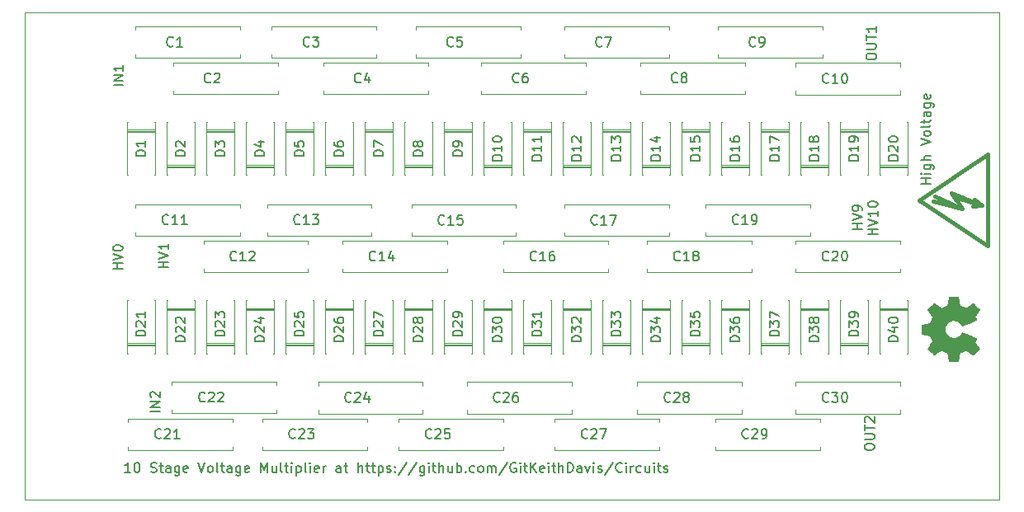
<source format=gbr>
G04 #@! TF.GenerationSoftware,KiCad,Pcbnew,5.1.4-e60b266~84~ubuntu16.04.1*
G04 #@! TF.CreationDate,2019-10-09T00:34:16-05:00*
G04 #@! TF.ProjectId,10x10p,31307831-3070-42e6-9b69-6361645f7063,rev?*
G04 #@! TF.SameCoordinates,Original*
G04 #@! TF.FileFunction,Legend,Top*
G04 #@! TF.FilePolarity,Positive*
%FSLAX46Y46*%
G04 Gerber Fmt 4.6, Leading zero omitted, Abs format (unit mm)*
G04 Created by KiCad (PCBNEW 5.1.4-e60b266~84~ubuntu16.04.1) date 2019-10-09 00:34:16*
%MOMM*%
%LPD*%
G04 APERTURE LIST*
%ADD10C,0.050000*%
%ADD11C,0.160000*%
%ADD12C,0.381000*%
%ADD13C,0.010000*%
%ADD14C,0.120000*%
%ADD15C,0.150000*%
G04 APERTURE END LIST*
D10*
X50000000Y-100000000D02*
X50000000Y-50000000D01*
X150000000Y-100000000D02*
X50000000Y-100000000D01*
X150000000Y-50000000D02*
X150000000Y-100000000D01*
X50000000Y-50000000D02*
X150000000Y-50000000D01*
D11*
X60865904Y-97202380D02*
X60294476Y-97202380D01*
X60580190Y-97202380D02*
X60580190Y-96202380D01*
X60484952Y-96345238D01*
X60389714Y-96440476D01*
X60294476Y-96488095D01*
X61484952Y-96202380D02*
X61580190Y-96202380D01*
X61675428Y-96250000D01*
X61723047Y-96297619D01*
X61770666Y-96392857D01*
X61818285Y-96583333D01*
X61818285Y-96821428D01*
X61770666Y-97011904D01*
X61723047Y-97107142D01*
X61675428Y-97154761D01*
X61580190Y-97202380D01*
X61484952Y-97202380D01*
X61389714Y-97154761D01*
X61342095Y-97107142D01*
X61294476Y-97011904D01*
X61246857Y-96821428D01*
X61246857Y-96583333D01*
X61294476Y-96392857D01*
X61342095Y-96297619D01*
X61389714Y-96250000D01*
X61484952Y-96202380D01*
X62961142Y-97154761D02*
X63104000Y-97202380D01*
X63342095Y-97202380D01*
X63437333Y-97154761D01*
X63484952Y-97107142D01*
X63532571Y-97011904D01*
X63532571Y-96916666D01*
X63484952Y-96821428D01*
X63437333Y-96773809D01*
X63342095Y-96726190D01*
X63151619Y-96678571D01*
X63056380Y-96630952D01*
X63008761Y-96583333D01*
X62961142Y-96488095D01*
X62961142Y-96392857D01*
X63008761Y-96297619D01*
X63056380Y-96250000D01*
X63151619Y-96202380D01*
X63389714Y-96202380D01*
X63532571Y-96250000D01*
X63818285Y-96535714D02*
X64199238Y-96535714D01*
X63961142Y-96202380D02*
X63961142Y-97059523D01*
X64008761Y-97154761D01*
X64104000Y-97202380D01*
X64199238Y-97202380D01*
X64961142Y-97202380D02*
X64961142Y-96678571D01*
X64913523Y-96583333D01*
X64818285Y-96535714D01*
X64627809Y-96535714D01*
X64532571Y-96583333D01*
X64961142Y-97154761D02*
X64865904Y-97202380D01*
X64627809Y-97202380D01*
X64532571Y-97154761D01*
X64484952Y-97059523D01*
X64484952Y-96964285D01*
X64532571Y-96869047D01*
X64627809Y-96821428D01*
X64865904Y-96821428D01*
X64961142Y-96773809D01*
X65865904Y-96535714D02*
X65865904Y-97345238D01*
X65818285Y-97440476D01*
X65770666Y-97488095D01*
X65675428Y-97535714D01*
X65532571Y-97535714D01*
X65437333Y-97488095D01*
X65865904Y-97154761D02*
X65770666Y-97202380D01*
X65580190Y-97202380D01*
X65484952Y-97154761D01*
X65437333Y-97107142D01*
X65389714Y-97011904D01*
X65389714Y-96726190D01*
X65437333Y-96630952D01*
X65484952Y-96583333D01*
X65580190Y-96535714D01*
X65770666Y-96535714D01*
X65865904Y-96583333D01*
X66723047Y-97154761D02*
X66627809Y-97202380D01*
X66437333Y-97202380D01*
X66342095Y-97154761D01*
X66294476Y-97059523D01*
X66294476Y-96678571D01*
X66342095Y-96583333D01*
X66437333Y-96535714D01*
X66627809Y-96535714D01*
X66723047Y-96583333D01*
X66770666Y-96678571D01*
X66770666Y-96773809D01*
X66294476Y-96869047D01*
X67818285Y-96202380D02*
X68151619Y-97202380D01*
X68484952Y-96202380D01*
X68961142Y-97202380D02*
X68865904Y-97154761D01*
X68818285Y-97107142D01*
X68770666Y-97011904D01*
X68770666Y-96726190D01*
X68818285Y-96630952D01*
X68865904Y-96583333D01*
X68961142Y-96535714D01*
X69104000Y-96535714D01*
X69199238Y-96583333D01*
X69246857Y-96630952D01*
X69294476Y-96726190D01*
X69294476Y-97011904D01*
X69246857Y-97107142D01*
X69199238Y-97154761D01*
X69104000Y-97202380D01*
X68961142Y-97202380D01*
X69865904Y-97202380D02*
X69770666Y-97154761D01*
X69723047Y-97059523D01*
X69723047Y-96202380D01*
X70104000Y-96535714D02*
X70484952Y-96535714D01*
X70246857Y-96202380D02*
X70246857Y-97059523D01*
X70294476Y-97154761D01*
X70389714Y-97202380D01*
X70484952Y-97202380D01*
X71246857Y-97202380D02*
X71246857Y-96678571D01*
X71199238Y-96583333D01*
X71104000Y-96535714D01*
X70913523Y-96535714D01*
X70818285Y-96583333D01*
X71246857Y-97154761D02*
X71151619Y-97202380D01*
X70913523Y-97202380D01*
X70818285Y-97154761D01*
X70770666Y-97059523D01*
X70770666Y-96964285D01*
X70818285Y-96869047D01*
X70913523Y-96821428D01*
X71151619Y-96821428D01*
X71246857Y-96773809D01*
X72151619Y-96535714D02*
X72151619Y-97345238D01*
X72104000Y-97440476D01*
X72056380Y-97488095D01*
X71961142Y-97535714D01*
X71818285Y-97535714D01*
X71723047Y-97488095D01*
X72151619Y-97154761D02*
X72056380Y-97202380D01*
X71865904Y-97202380D01*
X71770666Y-97154761D01*
X71723047Y-97107142D01*
X71675428Y-97011904D01*
X71675428Y-96726190D01*
X71723047Y-96630952D01*
X71770666Y-96583333D01*
X71865904Y-96535714D01*
X72056380Y-96535714D01*
X72151619Y-96583333D01*
X73008761Y-97154761D02*
X72913523Y-97202380D01*
X72723047Y-97202380D01*
X72627809Y-97154761D01*
X72580190Y-97059523D01*
X72580190Y-96678571D01*
X72627809Y-96583333D01*
X72723047Y-96535714D01*
X72913523Y-96535714D01*
X73008761Y-96583333D01*
X73056380Y-96678571D01*
X73056380Y-96773809D01*
X72580190Y-96869047D01*
X74246857Y-97202380D02*
X74246857Y-96202380D01*
X74580190Y-96916666D01*
X74913523Y-96202380D01*
X74913523Y-97202380D01*
X75818285Y-96535714D02*
X75818285Y-97202380D01*
X75389714Y-96535714D02*
X75389714Y-97059523D01*
X75437333Y-97154761D01*
X75532571Y-97202380D01*
X75675428Y-97202380D01*
X75770666Y-97154761D01*
X75818285Y-97107142D01*
X76437333Y-97202380D02*
X76342095Y-97154761D01*
X76294476Y-97059523D01*
X76294476Y-96202380D01*
X76675428Y-96535714D02*
X77056380Y-96535714D01*
X76818285Y-96202380D02*
X76818285Y-97059523D01*
X76865904Y-97154761D01*
X76961142Y-97202380D01*
X77056380Y-97202380D01*
X77389714Y-97202380D02*
X77389714Y-96535714D01*
X77389714Y-96202380D02*
X77342095Y-96250000D01*
X77389714Y-96297619D01*
X77437333Y-96250000D01*
X77389714Y-96202380D01*
X77389714Y-96297619D01*
X77865904Y-96535714D02*
X77865904Y-97535714D01*
X77865904Y-96583333D02*
X77961142Y-96535714D01*
X78151619Y-96535714D01*
X78246857Y-96583333D01*
X78294476Y-96630952D01*
X78342095Y-96726190D01*
X78342095Y-97011904D01*
X78294476Y-97107142D01*
X78246857Y-97154761D01*
X78151619Y-97202380D01*
X77961142Y-97202380D01*
X77865904Y-97154761D01*
X78913523Y-97202380D02*
X78818285Y-97154761D01*
X78770666Y-97059523D01*
X78770666Y-96202380D01*
X79294476Y-97202380D02*
X79294476Y-96535714D01*
X79294476Y-96202380D02*
X79246857Y-96250000D01*
X79294476Y-96297619D01*
X79342095Y-96250000D01*
X79294476Y-96202380D01*
X79294476Y-96297619D01*
X80151619Y-97154761D02*
X80056380Y-97202380D01*
X79865904Y-97202380D01*
X79770666Y-97154761D01*
X79723047Y-97059523D01*
X79723047Y-96678571D01*
X79770666Y-96583333D01*
X79865904Y-96535714D01*
X80056380Y-96535714D01*
X80151619Y-96583333D01*
X80199238Y-96678571D01*
X80199238Y-96773809D01*
X79723047Y-96869047D01*
X80627809Y-97202380D02*
X80627809Y-96535714D01*
X80627809Y-96726190D02*
X80675428Y-96630952D01*
X80723047Y-96583333D01*
X80818285Y-96535714D01*
X80913523Y-96535714D01*
X82437333Y-97202380D02*
X82437333Y-96678571D01*
X82389714Y-96583333D01*
X82294476Y-96535714D01*
X82104000Y-96535714D01*
X82008761Y-96583333D01*
X82437333Y-97154761D02*
X82342095Y-97202380D01*
X82104000Y-97202380D01*
X82008761Y-97154761D01*
X81961142Y-97059523D01*
X81961142Y-96964285D01*
X82008761Y-96869047D01*
X82104000Y-96821428D01*
X82342095Y-96821428D01*
X82437333Y-96773809D01*
X82770666Y-96535714D02*
X83151619Y-96535714D01*
X82913523Y-96202380D02*
X82913523Y-97059523D01*
X82961142Y-97154761D01*
X83056380Y-97202380D01*
X83151619Y-97202380D01*
X84246857Y-97202380D02*
X84246857Y-96202380D01*
X84675428Y-97202380D02*
X84675428Y-96678571D01*
X84627809Y-96583333D01*
X84532571Y-96535714D01*
X84389714Y-96535714D01*
X84294476Y-96583333D01*
X84246857Y-96630952D01*
X85008761Y-96535714D02*
X85389714Y-96535714D01*
X85151619Y-96202380D02*
X85151619Y-97059523D01*
X85199238Y-97154761D01*
X85294476Y-97202380D01*
X85389714Y-97202380D01*
X85580190Y-96535714D02*
X85961142Y-96535714D01*
X85723047Y-96202380D02*
X85723047Y-97059523D01*
X85770666Y-97154761D01*
X85865904Y-97202380D01*
X85961142Y-97202380D01*
X86294476Y-96535714D02*
X86294476Y-97535714D01*
X86294476Y-96583333D02*
X86389714Y-96535714D01*
X86580190Y-96535714D01*
X86675428Y-96583333D01*
X86723047Y-96630952D01*
X86770666Y-96726190D01*
X86770666Y-97011904D01*
X86723047Y-97107142D01*
X86675428Y-97154761D01*
X86580190Y-97202380D01*
X86389714Y-97202380D01*
X86294476Y-97154761D01*
X87151619Y-97154761D02*
X87246857Y-97202380D01*
X87437333Y-97202380D01*
X87532571Y-97154761D01*
X87580190Y-97059523D01*
X87580190Y-97011904D01*
X87532571Y-96916666D01*
X87437333Y-96869047D01*
X87294476Y-96869047D01*
X87199238Y-96821428D01*
X87151619Y-96726190D01*
X87151619Y-96678571D01*
X87199238Y-96583333D01*
X87294476Y-96535714D01*
X87437333Y-96535714D01*
X87532571Y-96583333D01*
X88008761Y-97107142D02*
X88056380Y-97154761D01*
X88008761Y-97202380D01*
X87961142Y-97154761D01*
X88008761Y-97107142D01*
X88008761Y-97202380D01*
X88008761Y-96583333D02*
X88056380Y-96630952D01*
X88008761Y-96678571D01*
X87961142Y-96630952D01*
X88008761Y-96583333D01*
X88008761Y-96678571D01*
X89199238Y-96154761D02*
X88342095Y-97440476D01*
X90246857Y-96154761D02*
X89389714Y-97440476D01*
X91008761Y-96535714D02*
X91008761Y-97345238D01*
X90961142Y-97440476D01*
X90913523Y-97488095D01*
X90818285Y-97535714D01*
X90675428Y-97535714D01*
X90580190Y-97488095D01*
X91008761Y-97154761D02*
X90913523Y-97202380D01*
X90723047Y-97202380D01*
X90627809Y-97154761D01*
X90580190Y-97107142D01*
X90532571Y-97011904D01*
X90532571Y-96726190D01*
X90580190Y-96630952D01*
X90627809Y-96583333D01*
X90723047Y-96535714D01*
X90913523Y-96535714D01*
X91008761Y-96583333D01*
X91484952Y-97202380D02*
X91484952Y-96535714D01*
X91484952Y-96202380D02*
X91437333Y-96250000D01*
X91484952Y-96297619D01*
X91532571Y-96250000D01*
X91484952Y-96202380D01*
X91484952Y-96297619D01*
X91818285Y-96535714D02*
X92199238Y-96535714D01*
X91961142Y-96202380D02*
X91961142Y-97059523D01*
X92008761Y-97154761D01*
X92104000Y-97202380D01*
X92199238Y-97202380D01*
X92532571Y-97202380D02*
X92532571Y-96202380D01*
X92961142Y-97202380D02*
X92961142Y-96678571D01*
X92913523Y-96583333D01*
X92818285Y-96535714D01*
X92675428Y-96535714D01*
X92580190Y-96583333D01*
X92532571Y-96630952D01*
X93865904Y-96535714D02*
X93865904Y-97202380D01*
X93437333Y-96535714D02*
X93437333Y-97059523D01*
X93484952Y-97154761D01*
X93580190Y-97202380D01*
X93723047Y-97202380D01*
X93818285Y-97154761D01*
X93865904Y-97107142D01*
X94342095Y-97202380D02*
X94342095Y-96202380D01*
X94342095Y-96583333D02*
X94437333Y-96535714D01*
X94627809Y-96535714D01*
X94723047Y-96583333D01*
X94770666Y-96630952D01*
X94818285Y-96726190D01*
X94818285Y-97011904D01*
X94770666Y-97107142D01*
X94723047Y-97154761D01*
X94627809Y-97202380D01*
X94437333Y-97202380D01*
X94342095Y-97154761D01*
X95246857Y-97107142D02*
X95294476Y-97154761D01*
X95246857Y-97202380D01*
X95199238Y-97154761D01*
X95246857Y-97107142D01*
X95246857Y-97202380D01*
X96151619Y-97154761D02*
X96056380Y-97202380D01*
X95865904Y-97202380D01*
X95770666Y-97154761D01*
X95723047Y-97107142D01*
X95675428Y-97011904D01*
X95675428Y-96726190D01*
X95723047Y-96630952D01*
X95770666Y-96583333D01*
X95865904Y-96535714D01*
X96056380Y-96535714D01*
X96151619Y-96583333D01*
X96723047Y-97202380D02*
X96627809Y-97154761D01*
X96580190Y-97107142D01*
X96532571Y-97011904D01*
X96532571Y-96726190D01*
X96580190Y-96630952D01*
X96627809Y-96583333D01*
X96723047Y-96535714D01*
X96865904Y-96535714D01*
X96961142Y-96583333D01*
X97008761Y-96630952D01*
X97056380Y-96726190D01*
X97056380Y-97011904D01*
X97008761Y-97107142D01*
X96961142Y-97154761D01*
X96865904Y-97202380D01*
X96723047Y-97202380D01*
X97484952Y-97202380D02*
X97484952Y-96535714D01*
X97484952Y-96630952D02*
X97532571Y-96583333D01*
X97627809Y-96535714D01*
X97770666Y-96535714D01*
X97865904Y-96583333D01*
X97913523Y-96678571D01*
X97913523Y-97202380D01*
X97913523Y-96678571D02*
X97961142Y-96583333D01*
X98056380Y-96535714D01*
X98199238Y-96535714D01*
X98294476Y-96583333D01*
X98342095Y-96678571D01*
X98342095Y-97202380D01*
X99532571Y-96154761D02*
X98675428Y-97440476D01*
X100389714Y-96250000D02*
X100294476Y-96202380D01*
X100151619Y-96202380D01*
X100008761Y-96250000D01*
X99913523Y-96345238D01*
X99865904Y-96440476D01*
X99818285Y-96630952D01*
X99818285Y-96773809D01*
X99865904Y-96964285D01*
X99913523Y-97059523D01*
X100008761Y-97154761D01*
X100151619Y-97202380D01*
X100246857Y-97202380D01*
X100389714Y-97154761D01*
X100437333Y-97107142D01*
X100437333Y-96773809D01*
X100246857Y-96773809D01*
X100865904Y-97202380D02*
X100865904Y-96535714D01*
X100865904Y-96202380D02*
X100818285Y-96250000D01*
X100865904Y-96297619D01*
X100913523Y-96250000D01*
X100865904Y-96202380D01*
X100865904Y-96297619D01*
X101199238Y-96535714D02*
X101580190Y-96535714D01*
X101342095Y-96202380D02*
X101342095Y-97059523D01*
X101389714Y-97154761D01*
X101484952Y-97202380D01*
X101580190Y-97202380D01*
X101913523Y-97202380D02*
X101913523Y-96202380D01*
X102484952Y-97202380D02*
X102056380Y-96630952D01*
X102484952Y-96202380D02*
X101913523Y-96773809D01*
X103294476Y-97154761D02*
X103199238Y-97202380D01*
X103008761Y-97202380D01*
X102913523Y-97154761D01*
X102865904Y-97059523D01*
X102865904Y-96678571D01*
X102913523Y-96583333D01*
X103008761Y-96535714D01*
X103199238Y-96535714D01*
X103294476Y-96583333D01*
X103342095Y-96678571D01*
X103342095Y-96773809D01*
X102865904Y-96869047D01*
X103770666Y-97202380D02*
X103770666Y-96535714D01*
X103770666Y-96202380D02*
X103723047Y-96250000D01*
X103770666Y-96297619D01*
X103818285Y-96250000D01*
X103770666Y-96202380D01*
X103770666Y-96297619D01*
X104104000Y-96535714D02*
X104484952Y-96535714D01*
X104246857Y-96202380D02*
X104246857Y-97059523D01*
X104294476Y-97154761D01*
X104389714Y-97202380D01*
X104484952Y-97202380D01*
X104818285Y-97202380D02*
X104818285Y-96202380D01*
X105246857Y-97202380D02*
X105246857Y-96678571D01*
X105199238Y-96583333D01*
X105104000Y-96535714D01*
X104961142Y-96535714D01*
X104865904Y-96583333D01*
X104818285Y-96630952D01*
X105723047Y-97202380D02*
X105723047Y-96202380D01*
X105961142Y-96202380D01*
X106104000Y-96250000D01*
X106199238Y-96345238D01*
X106246857Y-96440476D01*
X106294476Y-96630952D01*
X106294476Y-96773809D01*
X106246857Y-96964285D01*
X106199238Y-97059523D01*
X106104000Y-97154761D01*
X105961142Y-97202380D01*
X105723047Y-97202380D01*
X107151619Y-97202380D02*
X107151619Y-96678571D01*
X107104000Y-96583333D01*
X107008761Y-96535714D01*
X106818285Y-96535714D01*
X106723047Y-96583333D01*
X107151619Y-97154761D02*
X107056380Y-97202380D01*
X106818285Y-97202380D01*
X106723047Y-97154761D01*
X106675428Y-97059523D01*
X106675428Y-96964285D01*
X106723047Y-96869047D01*
X106818285Y-96821428D01*
X107056380Y-96821428D01*
X107151619Y-96773809D01*
X107532571Y-96535714D02*
X107770666Y-97202380D01*
X108008761Y-96535714D01*
X108389714Y-97202380D02*
X108389714Y-96535714D01*
X108389714Y-96202380D02*
X108342095Y-96250000D01*
X108389714Y-96297619D01*
X108437333Y-96250000D01*
X108389714Y-96202380D01*
X108389714Y-96297619D01*
X108818285Y-97154761D02*
X108913523Y-97202380D01*
X109104000Y-97202380D01*
X109199238Y-97154761D01*
X109246857Y-97059523D01*
X109246857Y-97011904D01*
X109199238Y-96916666D01*
X109104000Y-96869047D01*
X108961142Y-96869047D01*
X108865904Y-96821428D01*
X108818285Y-96726190D01*
X108818285Y-96678571D01*
X108865904Y-96583333D01*
X108961142Y-96535714D01*
X109104000Y-96535714D01*
X109199238Y-96583333D01*
X110389714Y-96154761D02*
X109532571Y-97440476D01*
X111294476Y-97107142D02*
X111246857Y-97154761D01*
X111104000Y-97202380D01*
X111008761Y-97202380D01*
X110865904Y-97154761D01*
X110770666Y-97059523D01*
X110723047Y-96964285D01*
X110675428Y-96773809D01*
X110675428Y-96630952D01*
X110723047Y-96440476D01*
X110770666Y-96345238D01*
X110865904Y-96250000D01*
X111008761Y-96202380D01*
X111104000Y-96202380D01*
X111246857Y-96250000D01*
X111294476Y-96297619D01*
X111723047Y-97202380D02*
X111723047Y-96535714D01*
X111723047Y-96202380D02*
X111675428Y-96250000D01*
X111723047Y-96297619D01*
X111770666Y-96250000D01*
X111723047Y-96202380D01*
X111723047Y-96297619D01*
X112199238Y-97202380D02*
X112199238Y-96535714D01*
X112199238Y-96726190D02*
X112246857Y-96630952D01*
X112294476Y-96583333D01*
X112389714Y-96535714D01*
X112484952Y-96535714D01*
X113246857Y-97154761D02*
X113151619Y-97202380D01*
X112961142Y-97202380D01*
X112865904Y-97154761D01*
X112818285Y-97107142D01*
X112770666Y-97011904D01*
X112770666Y-96726190D01*
X112818285Y-96630952D01*
X112865904Y-96583333D01*
X112961142Y-96535714D01*
X113151619Y-96535714D01*
X113246857Y-96583333D01*
X114104000Y-96535714D02*
X114104000Y-97202380D01*
X113675428Y-96535714D02*
X113675428Y-97059523D01*
X113723047Y-97154761D01*
X113818285Y-97202380D01*
X113961142Y-97202380D01*
X114056380Y-97154761D01*
X114104000Y-97107142D01*
X114580190Y-97202380D02*
X114580190Y-96535714D01*
X114580190Y-96202380D02*
X114532571Y-96250000D01*
X114580190Y-96297619D01*
X114627809Y-96250000D01*
X114580190Y-96202380D01*
X114580190Y-96297619D01*
X114913523Y-96535714D02*
X115294476Y-96535714D01*
X115056380Y-96202380D02*
X115056380Y-97059523D01*
X115104000Y-97154761D01*
X115199238Y-97202380D01*
X115294476Y-97202380D01*
X115580190Y-97154761D02*
X115675428Y-97202380D01*
X115865904Y-97202380D01*
X115961142Y-97154761D01*
X116008761Y-97059523D01*
X116008761Y-97011904D01*
X115961142Y-96916666D01*
X115865904Y-96869047D01*
X115723047Y-96869047D01*
X115627809Y-96821428D01*
X115580190Y-96726190D01*
X115580190Y-96678571D01*
X115627809Y-96583333D01*
X115723047Y-96535714D01*
X115865904Y-96535714D01*
X115961142Y-96583333D01*
D12*
G04 #@! TO.C,High Voltage*
X148199640Y-69747840D02*
X145100840Y-68548960D01*
X145100840Y-68548960D02*
X145499620Y-69148400D01*
X146200660Y-70149160D02*
X143399040Y-68848680D01*
X148199640Y-69747840D02*
X147501140Y-69148400D01*
X143200920Y-69349060D02*
X146200660Y-70149160D01*
X146200660Y-70149160D02*
X145400560Y-68950280D01*
X145400560Y-68950280D02*
X148199640Y-69747840D01*
X148199640Y-69747840D02*
X147300480Y-69849440D01*
X141809000Y-69250000D02*
X148794000Y-64551000D01*
X148794000Y-64551000D02*
X148794000Y-73949000D01*
X148794000Y-73949000D02*
X141809000Y-69250000D01*
D13*
G04 #@! TO.C,REF\002A\002A*
G36*
X142468931Y-81944186D02*
G01*
X142913555Y-81860365D01*
X143041053Y-81551080D01*
X143168551Y-81241794D01*
X142916246Y-80870754D01*
X142845996Y-80766843D01*
X142783272Y-80672913D01*
X142730938Y-80593348D01*
X142691857Y-80532530D01*
X142668893Y-80494843D01*
X142663942Y-80484579D01*
X142676676Y-80466090D01*
X142711882Y-80426580D01*
X142765062Y-80370478D01*
X142831718Y-80302213D01*
X142907354Y-80226214D01*
X142987472Y-80146908D01*
X143067574Y-80068725D01*
X143143164Y-79996093D01*
X143209745Y-79933441D01*
X143262818Y-79885197D01*
X143297887Y-79855790D01*
X143309623Y-79848759D01*
X143331260Y-79858877D01*
X143378662Y-79887241D01*
X143447193Y-79930871D01*
X143532215Y-79986782D01*
X143629093Y-80051994D01*
X143684350Y-80089781D01*
X143785248Y-80158657D01*
X143876299Y-80219860D01*
X143952970Y-80270422D01*
X144010728Y-80307372D01*
X144045043Y-80327742D01*
X144052254Y-80330803D01*
X144072748Y-80323864D01*
X144120513Y-80304949D01*
X144188832Y-80276913D01*
X144270989Y-80242609D01*
X144360270Y-80204891D01*
X144449958Y-80166613D01*
X144533338Y-80130630D01*
X144603694Y-80099794D01*
X144654310Y-80076961D01*
X144678471Y-80064983D01*
X144679422Y-80064276D01*
X144684036Y-80045469D01*
X144694328Y-79995382D01*
X144709287Y-79919207D01*
X144727901Y-79822135D01*
X144749159Y-79709357D01*
X144761418Y-79643558D01*
X144784362Y-79523050D01*
X144806195Y-79414203D01*
X144825722Y-79322524D01*
X144841748Y-79253519D01*
X144853079Y-79212696D01*
X144856674Y-79204489D01*
X144881006Y-79196452D01*
X144935959Y-79189967D01*
X145015108Y-79185030D01*
X145112026Y-79181636D01*
X145220287Y-79179782D01*
X145333465Y-79179462D01*
X145445135Y-79180673D01*
X145548868Y-79183410D01*
X145638241Y-79187669D01*
X145706826Y-79193445D01*
X145748197Y-79200733D01*
X145756810Y-79205105D01*
X145767133Y-79231236D01*
X145781892Y-79286607D01*
X145799352Y-79363893D01*
X145817780Y-79455770D01*
X145823741Y-79487842D01*
X145852066Y-79642476D01*
X145874876Y-79764625D01*
X145893080Y-79858327D01*
X145907583Y-79927616D01*
X145919292Y-79976529D01*
X145929115Y-80009103D01*
X145937956Y-80029372D01*
X145946724Y-80041374D01*
X145948457Y-80043053D01*
X145976371Y-80059816D01*
X146030695Y-80085386D01*
X146104777Y-80117212D01*
X146191965Y-80152740D01*
X146285608Y-80189417D01*
X146379052Y-80224689D01*
X146465647Y-80256004D01*
X146538740Y-80280807D01*
X146591678Y-80296546D01*
X146617811Y-80300668D01*
X146618726Y-80300324D01*
X146640086Y-80286359D01*
X146687084Y-80254678D01*
X146754827Y-80208609D01*
X146838423Y-80151482D01*
X146932982Y-80086627D01*
X146959854Y-80068157D01*
X147057275Y-80002301D01*
X147146163Y-79944350D01*
X147221412Y-79897462D01*
X147277920Y-79864793D01*
X147310581Y-79849500D01*
X147314593Y-79848759D01*
X147335684Y-79861608D01*
X147377464Y-79897112D01*
X147435445Y-79950707D01*
X147505135Y-80017829D01*
X147582045Y-80093913D01*
X147661683Y-80174396D01*
X147739561Y-80254713D01*
X147811186Y-80330301D01*
X147872070Y-80396595D01*
X147917721Y-80449031D01*
X147943650Y-80483045D01*
X147947883Y-80492455D01*
X147937912Y-80514357D01*
X147911020Y-80559200D01*
X147871736Y-80619679D01*
X147840117Y-80666211D01*
X147782098Y-80750525D01*
X147713784Y-80850374D01*
X147645579Y-80950527D01*
X147609075Y-81004373D01*
X147485800Y-81186629D01*
X147568520Y-81339619D01*
X147604759Y-81409318D01*
X147632926Y-81468586D01*
X147648991Y-81508689D01*
X147651226Y-81518897D01*
X147634722Y-81531171D01*
X147588082Y-81555387D01*
X147515609Y-81589737D01*
X147421606Y-81632412D01*
X147310374Y-81681606D01*
X147186215Y-81735510D01*
X147053432Y-81792316D01*
X146916327Y-81850218D01*
X146779202Y-81907407D01*
X146646358Y-81962076D01*
X146522098Y-82012416D01*
X146410725Y-82056620D01*
X146316539Y-82092881D01*
X146243844Y-82119391D01*
X146196941Y-82134342D01*
X146180833Y-82136746D01*
X146160286Y-82117689D01*
X146126933Y-82075964D01*
X146087702Y-82020294D01*
X146084599Y-82015622D01*
X145969423Y-81871736D01*
X145835053Y-81755717D01*
X145685784Y-81668570D01*
X145525913Y-81611301D01*
X145359737Y-81584914D01*
X145191552Y-81590415D01*
X145025655Y-81628810D01*
X144866342Y-81701105D01*
X144831487Y-81722374D01*
X144690737Y-81833004D01*
X144577714Y-81963698D01*
X144493003Y-82109936D01*
X144437194Y-82267192D01*
X144410874Y-82430943D01*
X144414630Y-82596667D01*
X144449050Y-82759838D01*
X144514723Y-82915935D01*
X144612235Y-83060433D01*
X144651813Y-83105131D01*
X144775703Y-83218888D01*
X144906124Y-83301782D01*
X145052315Y-83358644D01*
X145197088Y-83390313D01*
X145359860Y-83398131D01*
X145523440Y-83372062D01*
X145682298Y-83314755D01*
X145830906Y-83228856D01*
X145963735Y-83117014D01*
X146075256Y-82981877D01*
X146087011Y-82964117D01*
X146125508Y-82907850D01*
X146158863Y-82865077D01*
X146180160Y-82844628D01*
X146180833Y-82844331D01*
X146203871Y-82848721D01*
X146256157Y-82866124D01*
X146333390Y-82894732D01*
X146431268Y-82932735D01*
X146545491Y-82978326D01*
X146671758Y-83029697D01*
X146805767Y-83085038D01*
X146943218Y-83142542D01*
X147079808Y-83200399D01*
X147211237Y-83256802D01*
X147333205Y-83309942D01*
X147441409Y-83358010D01*
X147531549Y-83399199D01*
X147599323Y-83431699D01*
X147640430Y-83453703D01*
X147651226Y-83462564D01*
X147642819Y-83489640D01*
X147620272Y-83540303D01*
X147587613Y-83605817D01*
X147568520Y-83641841D01*
X147485800Y-83794832D01*
X147609075Y-83977088D01*
X147672228Y-84070125D01*
X147741727Y-84171985D01*
X147807165Y-84267438D01*
X147840117Y-84315250D01*
X147885273Y-84382495D01*
X147921057Y-84439436D01*
X147942938Y-84478646D01*
X147947563Y-84491381D01*
X147935085Y-84509917D01*
X147900252Y-84550941D01*
X147846678Y-84610475D01*
X147777983Y-84684542D01*
X147697781Y-84769165D01*
X147646286Y-84822685D01*
X147554286Y-84916319D01*
X147471999Y-84997241D01*
X147402945Y-85062177D01*
X147350644Y-85107858D01*
X147318616Y-85131011D01*
X147312116Y-85133232D01*
X147287394Y-85122924D01*
X147237405Y-85094439D01*
X147167212Y-85050937D01*
X147081875Y-84995577D01*
X146986456Y-84931520D01*
X146959854Y-84913303D01*
X146863167Y-84846927D01*
X146776117Y-84787378D01*
X146703595Y-84737984D01*
X146650493Y-84702075D01*
X146621703Y-84682981D01*
X146618726Y-84681136D01*
X146595782Y-84683895D01*
X146545336Y-84698538D01*
X146474041Y-84722513D01*
X146388547Y-84753266D01*
X146295507Y-84788244D01*
X146201574Y-84824893D01*
X146113399Y-84860661D01*
X146037634Y-84892994D01*
X145980931Y-84919338D01*
X145949943Y-84937142D01*
X145948457Y-84938407D01*
X145939601Y-84949294D01*
X145930843Y-84967682D01*
X145921277Y-84997606D01*
X145909996Y-85043103D01*
X145896093Y-85108209D01*
X145878663Y-85196961D01*
X145856798Y-85313393D01*
X145829591Y-85461542D01*
X145823741Y-85493618D01*
X145805374Y-85588686D01*
X145787405Y-85671565D01*
X145771569Y-85734930D01*
X145759600Y-85771458D01*
X145756810Y-85776356D01*
X145732072Y-85784427D01*
X145676790Y-85790987D01*
X145597389Y-85796033D01*
X145500296Y-85799559D01*
X145391938Y-85801561D01*
X145278740Y-85802036D01*
X145167128Y-85800977D01*
X145063529Y-85798382D01*
X144974368Y-85794246D01*
X144906072Y-85788563D01*
X144865066Y-85781331D01*
X144856674Y-85776971D01*
X144848208Y-85752698D01*
X144834435Y-85697426D01*
X144816550Y-85616662D01*
X144795748Y-85515912D01*
X144773223Y-85400683D01*
X144761418Y-85337902D01*
X144739151Y-85218787D01*
X144718979Y-85112565D01*
X144701915Y-85024427D01*
X144688969Y-84959566D01*
X144681155Y-84923174D01*
X144679422Y-84917184D01*
X144659890Y-84907061D01*
X144612843Y-84885662D01*
X144545003Y-84855839D01*
X144463091Y-84820445D01*
X144373828Y-84782332D01*
X144283935Y-84744353D01*
X144200135Y-84709360D01*
X144129147Y-84680206D01*
X144077694Y-84659743D01*
X144052497Y-84650823D01*
X144051396Y-84650657D01*
X144031519Y-84660769D01*
X143985777Y-84689117D01*
X143918717Y-84732723D01*
X143834884Y-84788606D01*
X143738826Y-84853787D01*
X143683650Y-84891679D01*
X143582481Y-84960725D01*
X143490630Y-85022050D01*
X143412744Y-85072663D01*
X143353469Y-85109571D01*
X143317451Y-85129782D01*
X143309377Y-85132701D01*
X143290584Y-85120153D01*
X143250457Y-85085463D01*
X143193493Y-85033063D01*
X143124185Y-84967384D01*
X143047031Y-84892856D01*
X142966525Y-84813913D01*
X142887163Y-84734983D01*
X142813440Y-84660500D01*
X142749852Y-84594894D01*
X142700894Y-84542596D01*
X142671061Y-84508039D01*
X142663942Y-84496478D01*
X142673953Y-84477654D01*
X142702078Y-84432631D01*
X142745454Y-84365787D01*
X142801218Y-84281499D01*
X142866506Y-84184144D01*
X142916246Y-84110707D01*
X143168551Y-83739667D01*
X142913555Y-83121095D01*
X142468931Y-83037275D01*
X142024307Y-82953454D01*
X142024307Y-82028006D01*
X142468931Y-81944186D01*
X142468931Y-81944186D01*
G37*
X142468931Y-81944186D02*
X142913555Y-81860365D01*
X143041053Y-81551080D01*
X143168551Y-81241794D01*
X142916246Y-80870754D01*
X142845996Y-80766843D01*
X142783272Y-80672913D01*
X142730938Y-80593348D01*
X142691857Y-80532530D01*
X142668893Y-80494843D01*
X142663942Y-80484579D01*
X142676676Y-80466090D01*
X142711882Y-80426580D01*
X142765062Y-80370478D01*
X142831718Y-80302213D01*
X142907354Y-80226214D01*
X142987472Y-80146908D01*
X143067574Y-80068725D01*
X143143164Y-79996093D01*
X143209745Y-79933441D01*
X143262818Y-79885197D01*
X143297887Y-79855790D01*
X143309623Y-79848759D01*
X143331260Y-79858877D01*
X143378662Y-79887241D01*
X143447193Y-79930871D01*
X143532215Y-79986782D01*
X143629093Y-80051994D01*
X143684350Y-80089781D01*
X143785248Y-80158657D01*
X143876299Y-80219860D01*
X143952970Y-80270422D01*
X144010728Y-80307372D01*
X144045043Y-80327742D01*
X144052254Y-80330803D01*
X144072748Y-80323864D01*
X144120513Y-80304949D01*
X144188832Y-80276913D01*
X144270989Y-80242609D01*
X144360270Y-80204891D01*
X144449958Y-80166613D01*
X144533338Y-80130630D01*
X144603694Y-80099794D01*
X144654310Y-80076961D01*
X144678471Y-80064983D01*
X144679422Y-80064276D01*
X144684036Y-80045469D01*
X144694328Y-79995382D01*
X144709287Y-79919207D01*
X144727901Y-79822135D01*
X144749159Y-79709357D01*
X144761418Y-79643558D01*
X144784362Y-79523050D01*
X144806195Y-79414203D01*
X144825722Y-79322524D01*
X144841748Y-79253519D01*
X144853079Y-79212696D01*
X144856674Y-79204489D01*
X144881006Y-79196452D01*
X144935959Y-79189967D01*
X145015108Y-79185030D01*
X145112026Y-79181636D01*
X145220287Y-79179782D01*
X145333465Y-79179462D01*
X145445135Y-79180673D01*
X145548868Y-79183410D01*
X145638241Y-79187669D01*
X145706826Y-79193445D01*
X145748197Y-79200733D01*
X145756810Y-79205105D01*
X145767133Y-79231236D01*
X145781892Y-79286607D01*
X145799352Y-79363893D01*
X145817780Y-79455770D01*
X145823741Y-79487842D01*
X145852066Y-79642476D01*
X145874876Y-79764625D01*
X145893080Y-79858327D01*
X145907583Y-79927616D01*
X145919292Y-79976529D01*
X145929115Y-80009103D01*
X145937956Y-80029372D01*
X145946724Y-80041374D01*
X145948457Y-80043053D01*
X145976371Y-80059816D01*
X146030695Y-80085386D01*
X146104777Y-80117212D01*
X146191965Y-80152740D01*
X146285608Y-80189417D01*
X146379052Y-80224689D01*
X146465647Y-80256004D01*
X146538740Y-80280807D01*
X146591678Y-80296546D01*
X146617811Y-80300668D01*
X146618726Y-80300324D01*
X146640086Y-80286359D01*
X146687084Y-80254678D01*
X146754827Y-80208609D01*
X146838423Y-80151482D01*
X146932982Y-80086627D01*
X146959854Y-80068157D01*
X147057275Y-80002301D01*
X147146163Y-79944350D01*
X147221412Y-79897462D01*
X147277920Y-79864793D01*
X147310581Y-79849500D01*
X147314593Y-79848759D01*
X147335684Y-79861608D01*
X147377464Y-79897112D01*
X147435445Y-79950707D01*
X147505135Y-80017829D01*
X147582045Y-80093913D01*
X147661683Y-80174396D01*
X147739561Y-80254713D01*
X147811186Y-80330301D01*
X147872070Y-80396595D01*
X147917721Y-80449031D01*
X147943650Y-80483045D01*
X147947883Y-80492455D01*
X147937912Y-80514357D01*
X147911020Y-80559200D01*
X147871736Y-80619679D01*
X147840117Y-80666211D01*
X147782098Y-80750525D01*
X147713784Y-80850374D01*
X147645579Y-80950527D01*
X147609075Y-81004373D01*
X147485800Y-81186629D01*
X147568520Y-81339619D01*
X147604759Y-81409318D01*
X147632926Y-81468586D01*
X147648991Y-81508689D01*
X147651226Y-81518897D01*
X147634722Y-81531171D01*
X147588082Y-81555387D01*
X147515609Y-81589737D01*
X147421606Y-81632412D01*
X147310374Y-81681606D01*
X147186215Y-81735510D01*
X147053432Y-81792316D01*
X146916327Y-81850218D01*
X146779202Y-81907407D01*
X146646358Y-81962076D01*
X146522098Y-82012416D01*
X146410725Y-82056620D01*
X146316539Y-82092881D01*
X146243844Y-82119391D01*
X146196941Y-82134342D01*
X146180833Y-82136746D01*
X146160286Y-82117689D01*
X146126933Y-82075964D01*
X146087702Y-82020294D01*
X146084599Y-82015622D01*
X145969423Y-81871736D01*
X145835053Y-81755717D01*
X145685784Y-81668570D01*
X145525913Y-81611301D01*
X145359737Y-81584914D01*
X145191552Y-81590415D01*
X145025655Y-81628810D01*
X144866342Y-81701105D01*
X144831487Y-81722374D01*
X144690737Y-81833004D01*
X144577714Y-81963698D01*
X144493003Y-82109936D01*
X144437194Y-82267192D01*
X144410874Y-82430943D01*
X144414630Y-82596667D01*
X144449050Y-82759838D01*
X144514723Y-82915935D01*
X144612235Y-83060433D01*
X144651813Y-83105131D01*
X144775703Y-83218888D01*
X144906124Y-83301782D01*
X145052315Y-83358644D01*
X145197088Y-83390313D01*
X145359860Y-83398131D01*
X145523440Y-83372062D01*
X145682298Y-83314755D01*
X145830906Y-83228856D01*
X145963735Y-83117014D01*
X146075256Y-82981877D01*
X146087011Y-82964117D01*
X146125508Y-82907850D01*
X146158863Y-82865077D01*
X146180160Y-82844628D01*
X146180833Y-82844331D01*
X146203871Y-82848721D01*
X146256157Y-82866124D01*
X146333390Y-82894732D01*
X146431268Y-82932735D01*
X146545491Y-82978326D01*
X146671758Y-83029697D01*
X146805767Y-83085038D01*
X146943218Y-83142542D01*
X147079808Y-83200399D01*
X147211237Y-83256802D01*
X147333205Y-83309942D01*
X147441409Y-83358010D01*
X147531549Y-83399199D01*
X147599323Y-83431699D01*
X147640430Y-83453703D01*
X147651226Y-83462564D01*
X147642819Y-83489640D01*
X147620272Y-83540303D01*
X147587613Y-83605817D01*
X147568520Y-83641841D01*
X147485800Y-83794832D01*
X147609075Y-83977088D01*
X147672228Y-84070125D01*
X147741727Y-84171985D01*
X147807165Y-84267438D01*
X147840117Y-84315250D01*
X147885273Y-84382495D01*
X147921057Y-84439436D01*
X147942938Y-84478646D01*
X147947563Y-84491381D01*
X147935085Y-84509917D01*
X147900252Y-84550941D01*
X147846678Y-84610475D01*
X147777983Y-84684542D01*
X147697781Y-84769165D01*
X147646286Y-84822685D01*
X147554286Y-84916319D01*
X147471999Y-84997241D01*
X147402945Y-85062177D01*
X147350644Y-85107858D01*
X147318616Y-85131011D01*
X147312116Y-85133232D01*
X147287394Y-85122924D01*
X147237405Y-85094439D01*
X147167212Y-85050937D01*
X147081875Y-84995577D01*
X146986456Y-84931520D01*
X146959854Y-84913303D01*
X146863167Y-84846927D01*
X146776117Y-84787378D01*
X146703595Y-84737984D01*
X146650493Y-84702075D01*
X146621703Y-84682981D01*
X146618726Y-84681136D01*
X146595782Y-84683895D01*
X146545336Y-84698538D01*
X146474041Y-84722513D01*
X146388547Y-84753266D01*
X146295507Y-84788244D01*
X146201574Y-84824893D01*
X146113399Y-84860661D01*
X146037634Y-84892994D01*
X145980931Y-84919338D01*
X145949943Y-84937142D01*
X145948457Y-84938407D01*
X145939601Y-84949294D01*
X145930843Y-84967682D01*
X145921277Y-84997606D01*
X145909996Y-85043103D01*
X145896093Y-85108209D01*
X145878663Y-85196961D01*
X145856798Y-85313393D01*
X145829591Y-85461542D01*
X145823741Y-85493618D01*
X145805374Y-85588686D01*
X145787405Y-85671565D01*
X145771569Y-85734930D01*
X145759600Y-85771458D01*
X145756810Y-85776356D01*
X145732072Y-85784427D01*
X145676790Y-85790987D01*
X145597389Y-85796033D01*
X145500296Y-85799559D01*
X145391938Y-85801561D01*
X145278740Y-85802036D01*
X145167128Y-85800977D01*
X145063529Y-85798382D01*
X144974368Y-85794246D01*
X144906072Y-85788563D01*
X144865066Y-85781331D01*
X144856674Y-85776971D01*
X144848208Y-85752698D01*
X144834435Y-85697426D01*
X144816550Y-85616662D01*
X144795748Y-85515912D01*
X144773223Y-85400683D01*
X144761418Y-85337902D01*
X144739151Y-85218787D01*
X144718979Y-85112565D01*
X144701915Y-85024427D01*
X144688969Y-84959566D01*
X144681155Y-84923174D01*
X144679422Y-84917184D01*
X144659890Y-84907061D01*
X144612843Y-84885662D01*
X144545003Y-84855839D01*
X144463091Y-84820445D01*
X144373828Y-84782332D01*
X144283935Y-84744353D01*
X144200135Y-84709360D01*
X144129147Y-84680206D01*
X144077694Y-84659743D01*
X144052497Y-84650823D01*
X144051396Y-84650657D01*
X144031519Y-84660769D01*
X143985777Y-84689117D01*
X143918717Y-84732723D01*
X143834884Y-84788606D01*
X143738826Y-84853787D01*
X143683650Y-84891679D01*
X143582481Y-84960725D01*
X143490630Y-85022050D01*
X143412744Y-85072663D01*
X143353469Y-85109571D01*
X143317451Y-85129782D01*
X143309377Y-85132701D01*
X143290584Y-85120153D01*
X143250457Y-85085463D01*
X143193493Y-85033063D01*
X143124185Y-84967384D01*
X143047031Y-84892856D01*
X142966525Y-84813913D01*
X142887163Y-84734983D01*
X142813440Y-84660500D01*
X142749852Y-84594894D01*
X142700894Y-84542596D01*
X142671061Y-84508039D01*
X142663942Y-84496478D01*
X142673953Y-84477654D01*
X142702078Y-84432631D01*
X142745454Y-84365787D01*
X142801218Y-84281499D01*
X142866506Y-84184144D01*
X142916246Y-84110707D01*
X143168551Y-83739667D01*
X142913555Y-83121095D01*
X142468931Y-83037275D01*
X142024307Y-82953454D01*
X142024307Y-82028006D01*
X142468931Y-81944186D01*
D14*
G04 #@! TO.C,C30*
X129120000Y-88284000D02*
X129120000Y-87920000D01*
X129120000Y-91160000D02*
X129120000Y-90796000D01*
X139860000Y-88284000D02*
X139860000Y-87920000D01*
X139860000Y-91160000D02*
X139860000Y-90796000D01*
X139860000Y-87920000D02*
X129120000Y-87920000D01*
X139860000Y-91160000D02*
X129120000Y-91160000D01*
G04 #@! TO.C,C29*
X120870000Y-92034000D02*
X120870000Y-91670000D01*
X120870000Y-94910000D02*
X120870000Y-94546000D01*
X131610000Y-92034000D02*
X131610000Y-91670000D01*
X131610000Y-94910000D02*
X131610000Y-94546000D01*
X131610000Y-91670000D02*
X120870000Y-91670000D01*
X131610000Y-94910000D02*
X120870000Y-94910000D01*
G04 #@! TO.C,C28*
X112870000Y-88284000D02*
X112870000Y-87920000D01*
X112870000Y-91160000D02*
X112870000Y-90796000D01*
X123610000Y-88284000D02*
X123610000Y-87920000D01*
X123610000Y-91160000D02*
X123610000Y-90796000D01*
X123610000Y-87920000D02*
X112870000Y-87920000D01*
X123610000Y-91160000D02*
X112870000Y-91160000D01*
G04 #@! TO.C,C27*
X104370000Y-92034000D02*
X104370000Y-91670000D01*
X104370000Y-94910000D02*
X104370000Y-94546000D01*
X115110000Y-92034000D02*
X115110000Y-91670000D01*
X115110000Y-94910000D02*
X115110000Y-94546000D01*
X115110000Y-91670000D02*
X104370000Y-91670000D01*
X115110000Y-94910000D02*
X104370000Y-94910000D01*
G04 #@! TO.C,C26*
X95370000Y-88284000D02*
X95370000Y-87920000D01*
X95370000Y-91160000D02*
X95370000Y-90796000D01*
X106110000Y-88284000D02*
X106110000Y-87920000D01*
X106110000Y-91160000D02*
X106110000Y-90796000D01*
X106110000Y-87920000D02*
X95370000Y-87920000D01*
X106110000Y-91160000D02*
X95370000Y-91160000D01*
G04 #@! TO.C,C25*
X88370000Y-92034000D02*
X88370000Y-91670000D01*
X88370000Y-94910000D02*
X88370000Y-94546000D01*
X99110000Y-92034000D02*
X99110000Y-91670000D01*
X99110000Y-94910000D02*
X99110000Y-94546000D01*
X99110000Y-91670000D02*
X88370000Y-91670000D01*
X99110000Y-94910000D02*
X88370000Y-94910000D01*
G04 #@! TO.C,C24*
X80120000Y-88284000D02*
X80120000Y-87920000D01*
X80120000Y-91160000D02*
X80120000Y-90796000D01*
X90860000Y-88284000D02*
X90860000Y-87920000D01*
X90860000Y-91160000D02*
X90860000Y-90796000D01*
X90860000Y-87920000D02*
X80120000Y-87920000D01*
X90860000Y-91160000D02*
X80120000Y-91160000D01*
G04 #@! TO.C,C23*
X74370000Y-92034000D02*
X74370000Y-91670000D01*
X74370000Y-94910000D02*
X74370000Y-94546000D01*
X85110000Y-92034000D02*
X85110000Y-91670000D01*
X85110000Y-94910000D02*
X85110000Y-94546000D01*
X85110000Y-91670000D02*
X74370000Y-91670000D01*
X85110000Y-94910000D02*
X74370000Y-94910000D01*
G04 #@! TO.C,C22*
X65124200Y-88262400D02*
X65124200Y-87898400D01*
X65124200Y-91138400D02*
X65124200Y-90774400D01*
X75864200Y-88262400D02*
X75864200Y-87898400D01*
X75864200Y-91138400D02*
X75864200Y-90774400D01*
X75864200Y-87898400D02*
X65124200Y-87898400D01*
X75864200Y-91138400D02*
X65124200Y-91138400D01*
G04 #@! TO.C,C21*
X60620000Y-92034000D02*
X60620000Y-91670000D01*
X60620000Y-94910000D02*
X60620000Y-94546000D01*
X71360000Y-92034000D02*
X71360000Y-91670000D01*
X71360000Y-94910000D02*
X71360000Y-94546000D01*
X71360000Y-91670000D02*
X60620000Y-91670000D01*
X71360000Y-94910000D02*
X60620000Y-94910000D01*
G04 #@! TO.C,C20*
X129120000Y-73784000D02*
X129120000Y-73420000D01*
X129120000Y-76660000D02*
X129120000Y-76296000D01*
X139860000Y-73784000D02*
X139860000Y-73420000D01*
X139860000Y-76660000D02*
X139860000Y-76296000D01*
X139860000Y-73420000D02*
X129120000Y-73420000D01*
X139860000Y-76660000D02*
X129120000Y-76660000D01*
G04 #@! TO.C,C19*
X119870000Y-70034000D02*
X119870000Y-69670000D01*
X119870000Y-72910000D02*
X119870000Y-72546000D01*
X130610000Y-70034000D02*
X130610000Y-69670000D01*
X130610000Y-72910000D02*
X130610000Y-72546000D01*
X130610000Y-69670000D02*
X119870000Y-69670000D01*
X130610000Y-72910000D02*
X119870000Y-72910000D01*
G04 #@! TO.C,C18*
X113870000Y-73784000D02*
X113870000Y-73420000D01*
X113870000Y-76660000D02*
X113870000Y-76296000D01*
X124610000Y-73784000D02*
X124610000Y-73420000D01*
X124610000Y-76660000D02*
X124610000Y-76296000D01*
X124610000Y-73420000D02*
X113870000Y-73420000D01*
X124610000Y-76660000D02*
X113870000Y-76660000D01*
G04 #@! TO.C,C17*
X105370000Y-70076000D02*
X105370000Y-69712000D01*
X105370000Y-72952000D02*
X105370000Y-72588000D01*
X116110000Y-70076000D02*
X116110000Y-69712000D01*
X116110000Y-72952000D02*
X116110000Y-72588000D01*
X116110000Y-69712000D02*
X105370000Y-69712000D01*
X116110000Y-72952000D02*
X105370000Y-72952000D01*
G04 #@! TO.C,C16*
X99120000Y-73784000D02*
X99120000Y-73420000D01*
X99120000Y-76660000D02*
X99120000Y-76296000D01*
X109860000Y-73784000D02*
X109860000Y-73420000D01*
X109860000Y-76660000D02*
X109860000Y-76296000D01*
X109860000Y-73420000D02*
X99120000Y-73420000D01*
X109860000Y-76660000D02*
X99120000Y-76660000D01*
G04 #@! TO.C,C15*
X89686000Y-70076000D02*
X89686000Y-69712000D01*
X89686000Y-72952000D02*
X89686000Y-72588000D01*
X100426000Y-70076000D02*
X100426000Y-69712000D01*
X100426000Y-72952000D02*
X100426000Y-72588000D01*
X100426000Y-69712000D02*
X89686000Y-69712000D01*
X100426000Y-72952000D02*
X89686000Y-72952000D01*
G04 #@! TO.C,C14*
X82620000Y-73784000D02*
X82620000Y-73420000D01*
X82620000Y-76660000D02*
X82620000Y-76296000D01*
X93360000Y-73784000D02*
X93360000Y-73420000D01*
X93360000Y-76660000D02*
X93360000Y-76296000D01*
X93360000Y-73420000D02*
X82620000Y-73420000D01*
X93360000Y-76660000D02*
X82620000Y-76660000D01*
G04 #@! TO.C,C13*
X74870000Y-70034000D02*
X74870000Y-69670000D01*
X74870000Y-72910000D02*
X74870000Y-72546000D01*
X85610000Y-70034000D02*
X85610000Y-69670000D01*
X85610000Y-72910000D02*
X85610000Y-72546000D01*
X85610000Y-69670000D02*
X74870000Y-69670000D01*
X85610000Y-72910000D02*
X74870000Y-72910000D01*
G04 #@! TO.C,C12*
X68350000Y-73784400D02*
X68350000Y-73420400D01*
X68350000Y-76660400D02*
X68350000Y-76296400D01*
X79090000Y-73784400D02*
X79090000Y-73420400D01*
X79090000Y-76660400D02*
X79090000Y-76296400D01*
X79090000Y-73420400D02*
X68350000Y-73420400D01*
X79090000Y-76660400D02*
X68350000Y-76660400D01*
G04 #@! TO.C,C11*
X61370000Y-70034000D02*
X61370000Y-69670000D01*
X61370000Y-72910000D02*
X61370000Y-72546000D01*
X72110000Y-70034000D02*
X72110000Y-69670000D01*
X72110000Y-72910000D02*
X72110000Y-72546000D01*
X72110000Y-69670000D02*
X61370000Y-69670000D01*
X72110000Y-72910000D02*
X61370000Y-72910000D01*
G04 #@! TO.C,C10*
X129120000Y-55534000D02*
X129120000Y-55170000D01*
X129120000Y-58410000D02*
X129120000Y-58046000D01*
X139860000Y-55534000D02*
X139860000Y-55170000D01*
X139860000Y-58410000D02*
X139860000Y-58046000D01*
X139860000Y-55170000D02*
X129120000Y-55170000D01*
X139860000Y-58410000D02*
X129120000Y-58410000D01*
G04 #@! TO.C,C9*
X121120000Y-51784000D02*
X121120000Y-51420000D01*
X121120000Y-54660000D02*
X121120000Y-54296000D01*
X131860000Y-51784000D02*
X131860000Y-51420000D01*
X131860000Y-54660000D02*
X131860000Y-54296000D01*
X131860000Y-51420000D02*
X121120000Y-51420000D01*
X131860000Y-54660000D02*
X121120000Y-54660000D01*
G04 #@! TO.C,C8*
X113148000Y-55471000D02*
X113148000Y-55107000D01*
X113148000Y-58347000D02*
X113148000Y-57983000D01*
X123888000Y-55471000D02*
X123888000Y-55107000D01*
X123888000Y-58347000D02*
X123888000Y-57983000D01*
X123888000Y-55107000D02*
X113148000Y-55107000D01*
X123888000Y-58347000D02*
X113148000Y-58347000D01*
G04 #@! TO.C,C7*
X105370000Y-51784000D02*
X105370000Y-51420000D01*
X105370000Y-54660000D02*
X105370000Y-54296000D01*
X116110000Y-51784000D02*
X116110000Y-51420000D01*
X116110000Y-54660000D02*
X116110000Y-54296000D01*
X116110000Y-51420000D02*
X105370000Y-51420000D01*
X116110000Y-54660000D02*
X105370000Y-54660000D01*
G04 #@! TO.C,C6*
X96848800Y-55496400D02*
X96848800Y-55132400D01*
X96848800Y-58372400D02*
X96848800Y-58008400D01*
X107588800Y-55496400D02*
X107588800Y-55132400D01*
X107588800Y-58372400D02*
X107588800Y-58008400D01*
X107588800Y-55132400D02*
X96848800Y-55132400D01*
X107588800Y-58372400D02*
X96848800Y-58372400D01*
G04 #@! TO.C,C5*
X90120000Y-51784000D02*
X90120000Y-51420000D01*
X90120000Y-54660000D02*
X90120000Y-54296000D01*
X100860000Y-51784000D02*
X100860000Y-51420000D01*
X100860000Y-54660000D02*
X100860000Y-54296000D01*
X100860000Y-51420000D02*
X90120000Y-51420000D01*
X100860000Y-54660000D02*
X90120000Y-54660000D01*
G04 #@! TO.C,C4*
X80636000Y-55496400D02*
X80636000Y-55132400D01*
X80636000Y-58372400D02*
X80636000Y-58008400D01*
X91376000Y-55496400D02*
X91376000Y-55132400D01*
X91376000Y-58372400D02*
X91376000Y-58008400D01*
X91376000Y-55132400D02*
X80636000Y-55132400D01*
X91376000Y-58372400D02*
X80636000Y-58372400D01*
G04 #@! TO.C,C3*
X75370000Y-51784000D02*
X75370000Y-51420000D01*
X75370000Y-54660000D02*
X75370000Y-54296000D01*
X86110000Y-51784000D02*
X86110000Y-51420000D01*
X86110000Y-54660000D02*
X86110000Y-54296000D01*
X86110000Y-51420000D02*
X75370000Y-51420000D01*
X86110000Y-54660000D02*
X75370000Y-54660000D01*
G04 #@! TO.C,C2*
X65225800Y-55496400D02*
X65225800Y-55132400D01*
X65225800Y-58372400D02*
X65225800Y-58008400D01*
X75965800Y-55496400D02*
X75965800Y-55132400D01*
X75965800Y-58372400D02*
X75965800Y-58008400D01*
X75965800Y-55132400D02*
X65225800Y-55132400D01*
X75965800Y-58372400D02*
X65225800Y-58372400D01*
G04 #@! TO.C,C1*
X61370000Y-51784000D02*
X61370000Y-51420000D01*
X61370000Y-54660000D02*
X61370000Y-54296000D01*
X72110000Y-51784000D02*
X72110000Y-51420000D01*
X72110000Y-54660000D02*
X72110000Y-54296000D01*
X72110000Y-51420000D02*
X61370000Y-51420000D01*
X72110000Y-54660000D02*
X61370000Y-54660000D01*
G04 #@! TO.C,D40*
X140642000Y-80322000D02*
X137702000Y-80322000D01*
X140642000Y-80562000D02*
X137702000Y-80562000D01*
X140642000Y-80442000D02*
X137702000Y-80442000D01*
X137702000Y-84982000D02*
X137832000Y-84982000D01*
X137702000Y-79542000D02*
X137702000Y-84982000D01*
X137832000Y-79542000D02*
X137702000Y-79542000D01*
X140642000Y-84982000D02*
X140512000Y-84982000D01*
X140642000Y-79542000D02*
X140642000Y-84982000D01*
X140512000Y-79542000D02*
X140642000Y-79542000D01*
G04 #@! TO.C,D39*
X133638000Y-84202000D02*
X136578000Y-84202000D01*
X133638000Y-83962000D02*
X136578000Y-83962000D01*
X133638000Y-84082000D02*
X136578000Y-84082000D01*
X136578000Y-79542000D02*
X136448000Y-79542000D01*
X136578000Y-84982000D02*
X136578000Y-79542000D01*
X136448000Y-84982000D02*
X136578000Y-84982000D01*
X133638000Y-79542000D02*
X133768000Y-79542000D01*
X133638000Y-84982000D02*
X133638000Y-79542000D01*
X133768000Y-84982000D02*
X133638000Y-84982000D01*
G04 #@! TO.C,D38*
X132514000Y-80322000D02*
X129574000Y-80322000D01*
X132514000Y-80562000D02*
X129574000Y-80562000D01*
X132514000Y-80442000D02*
X129574000Y-80442000D01*
X129574000Y-84982000D02*
X129704000Y-84982000D01*
X129574000Y-79542000D02*
X129574000Y-84982000D01*
X129704000Y-79542000D02*
X129574000Y-79542000D01*
X132514000Y-84982000D02*
X132384000Y-84982000D01*
X132514000Y-79542000D02*
X132514000Y-84982000D01*
X132384000Y-79542000D02*
X132514000Y-79542000D01*
G04 #@! TO.C,D37*
X125510000Y-84202000D02*
X128450000Y-84202000D01*
X125510000Y-83962000D02*
X128450000Y-83962000D01*
X125510000Y-84082000D02*
X128450000Y-84082000D01*
X128450000Y-79542000D02*
X128320000Y-79542000D01*
X128450000Y-84982000D02*
X128450000Y-79542000D01*
X128320000Y-84982000D02*
X128450000Y-84982000D01*
X125510000Y-79542000D02*
X125640000Y-79542000D01*
X125510000Y-84982000D02*
X125510000Y-79542000D01*
X125640000Y-84982000D02*
X125510000Y-84982000D01*
G04 #@! TO.C,D36*
X124386000Y-80322000D02*
X121446000Y-80322000D01*
X124386000Y-80562000D02*
X121446000Y-80562000D01*
X124386000Y-80442000D02*
X121446000Y-80442000D01*
X121446000Y-84982000D02*
X121576000Y-84982000D01*
X121446000Y-79542000D02*
X121446000Y-84982000D01*
X121576000Y-79542000D02*
X121446000Y-79542000D01*
X124386000Y-84982000D02*
X124256000Y-84982000D01*
X124386000Y-79542000D02*
X124386000Y-84982000D01*
X124256000Y-79542000D02*
X124386000Y-79542000D01*
G04 #@! TO.C,D35*
X117382000Y-84202000D02*
X120322000Y-84202000D01*
X117382000Y-83962000D02*
X120322000Y-83962000D01*
X117382000Y-84082000D02*
X120322000Y-84082000D01*
X120322000Y-79542000D02*
X120192000Y-79542000D01*
X120322000Y-84982000D02*
X120322000Y-79542000D01*
X120192000Y-84982000D02*
X120322000Y-84982000D01*
X117382000Y-79542000D02*
X117512000Y-79542000D01*
X117382000Y-84982000D02*
X117382000Y-79542000D01*
X117512000Y-84982000D02*
X117382000Y-84982000D01*
G04 #@! TO.C,D34*
X116258000Y-80322000D02*
X113318000Y-80322000D01*
X116258000Y-80562000D02*
X113318000Y-80562000D01*
X116258000Y-80442000D02*
X113318000Y-80442000D01*
X113318000Y-84982000D02*
X113448000Y-84982000D01*
X113318000Y-79542000D02*
X113318000Y-84982000D01*
X113448000Y-79542000D02*
X113318000Y-79542000D01*
X116258000Y-84982000D02*
X116128000Y-84982000D01*
X116258000Y-79542000D02*
X116258000Y-84982000D01*
X116128000Y-79542000D02*
X116258000Y-79542000D01*
G04 #@! TO.C,D33*
X109254000Y-84202000D02*
X112194000Y-84202000D01*
X109254000Y-83962000D02*
X112194000Y-83962000D01*
X109254000Y-84082000D02*
X112194000Y-84082000D01*
X112194000Y-79542000D02*
X112064000Y-79542000D01*
X112194000Y-84982000D02*
X112194000Y-79542000D01*
X112064000Y-84982000D02*
X112194000Y-84982000D01*
X109254000Y-79542000D02*
X109384000Y-79542000D01*
X109254000Y-84982000D02*
X109254000Y-79542000D01*
X109384000Y-84982000D02*
X109254000Y-84982000D01*
G04 #@! TO.C,D32*
X108130000Y-80322000D02*
X105190000Y-80322000D01*
X108130000Y-80562000D02*
X105190000Y-80562000D01*
X108130000Y-80442000D02*
X105190000Y-80442000D01*
X105190000Y-84982000D02*
X105320000Y-84982000D01*
X105190000Y-79542000D02*
X105190000Y-84982000D01*
X105320000Y-79542000D02*
X105190000Y-79542000D01*
X108130000Y-84982000D02*
X108000000Y-84982000D01*
X108130000Y-79542000D02*
X108130000Y-84982000D01*
X108000000Y-79542000D02*
X108130000Y-79542000D01*
G04 #@! TO.C,D31*
X101126000Y-84202000D02*
X104066000Y-84202000D01*
X101126000Y-83962000D02*
X104066000Y-83962000D01*
X101126000Y-84082000D02*
X104066000Y-84082000D01*
X104066000Y-79542000D02*
X103936000Y-79542000D01*
X104066000Y-84982000D02*
X104066000Y-79542000D01*
X103936000Y-84982000D02*
X104066000Y-84982000D01*
X101126000Y-79542000D02*
X101256000Y-79542000D01*
X101126000Y-84982000D02*
X101126000Y-79542000D01*
X101256000Y-84982000D02*
X101126000Y-84982000D01*
G04 #@! TO.C,D30*
X100002000Y-80322000D02*
X97062000Y-80322000D01*
X100002000Y-80562000D02*
X97062000Y-80562000D01*
X100002000Y-80442000D02*
X97062000Y-80442000D01*
X97062000Y-84982000D02*
X97192000Y-84982000D01*
X97062000Y-79542000D02*
X97062000Y-84982000D01*
X97192000Y-79542000D02*
X97062000Y-79542000D01*
X100002000Y-84982000D02*
X99872000Y-84982000D01*
X100002000Y-79542000D02*
X100002000Y-84982000D01*
X99872000Y-79542000D02*
X100002000Y-79542000D01*
G04 #@! TO.C,D29*
X92998000Y-84202000D02*
X95938000Y-84202000D01*
X92998000Y-83962000D02*
X95938000Y-83962000D01*
X92998000Y-84082000D02*
X95938000Y-84082000D01*
X95938000Y-79542000D02*
X95808000Y-79542000D01*
X95938000Y-84982000D02*
X95938000Y-79542000D01*
X95808000Y-84982000D02*
X95938000Y-84982000D01*
X92998000Y-79542000D02*
X93128000Y-79542000D01*
X92998000Y-84982000D02*
X92998000Y-79542000D01*
X93128000Y-84982000D02*
X92998000Y-84982000D01*
G04 #@! TO.C,D28*
X91874000Y-80322000D02*
X88934000Y-80322000D01*
X91874000Y-80562000D02*
X88934000Y-80562000D01*
X91874000Y-80442000D02*
X88934000Y-80442000D01*
X88934000Y-84982000D02*
X89064000Y-84982000D01*
X88934000Y-79542000D02*
X88934000Y-84982000D01*
X89064000Y-79542000D02*
X88934000Y-79542000D01*
X91874000Y-84982000D02*
X91744000Y-84982000D01*
X91874000Y-79542000D02*
X91874000Y-84982000D01*
X91744000Y-79542000D02*
X91874000Y-79542000D01*
G04 #@! TO.C,D27*
X84870000Y-84202000D02*
X87810000Y-84202000D01*
X84870000Y-83962000D02*
X87810000Y-83962000D01*
X84870000Y-84082000D02*
X87810000Y-84082000D01*
X87810000Y-79542000D02*
X87680000Y-79542000D01*
X87810000Y-84982000D02*
X87810000Y-79542000D01*
X87680000Y-84982000D02*
X87810000Y-84982000D01*
X84870000Y-79542000D02*
X85000000Y-79542000D01*
X84870000Y-84982000D02*
X84870000Y-79542000D01*
X85000000Y-84982000D02*
X84870000Y-84982000D01*
G04 #@! TO.C,D26*
X83746000Y-80322000D02*
X80806000Y-80322000D01*
X83746000Y-80562000D02*
X80806000Y-80562000D01*
X83746000Y-80442000D02*
X80806000Y-80442000D01*
X80806000Y-84982000D02*
X80936000Y-84982000D01*
X80806000Y-79542000D02*
X80806000Y-84982000D01*
X80936000Y-79542000D02*
X80806000Y-79542000D01*
X83746000Y-84982000D02*
X83616000Y-84982000D01*
X83746000Y-79542000D02*
X83746000Y-84982000D01*
X83616000Y-79542000D02*
X83746000Y-79542000D01*
G04 #@! TO.C,D25*
X76742000Y-84202000D02*
X79682000Y-84202000D01*
X76742000Y-83962000D02*
X79682000Y-83962000D01*
X76742000Y-84082000D02*
X79682000Y-84082000D01*
X79682000Y-79542000D02*
X79552000Y-79542000D01*
X79682000Y-84982000D02*
X79682000Y-79542000D01*
X79552000Y-84982000D02*
X79682000Y-84982000D01*
X76742000Y-79542000D02*
X76872000Y-79542000D01*
X76742000Y-84982000D02*
X76742000Y-79542000D01*
X76872000Y-84982000D02*
X76742000Y-84982000D01*
G04 #@! TO.C,D24*
X75618000Y-80322000D02*
X72678000Y-80322000D01*
X75618000Y-80562000D02*
X72678000Y-80562000D01*
X75618000Y-80442000D02*
X72678000Y-80442000D01*
X72678000Y-84982000D02*
X72808000Y-84982000D01*
X72678000Y-79542000D02*
X72678000Y-84982000D01*
X72808000Y-79542000D02*
X72678000Y-79542000D01*
X75618000Y-84982000D02*
X75488000Y-84982000D01*
X75618000Y-79542000D02*
X75618000Y-84982000D01*
X75488000Y-79542000D02*
X75618000Y-79542000D01*
G04 #@! TO.C,D23*
X68614000Y-84202000D02*
X71554000Y-84202000D01*
X68614000Y-83962000D02*
X71554000Y-83962000D01*
X68614000Y-84082000D02*
X71554000Y-84082000D01*
X71554000Y-79542000D02*
X71424000Y-79542000D01*
X71554000Y-84982000D02*
X71554000Y-79542000D01*
X71424000Y-84982000D02*
X71554000Y-84982000D01*
X68614000Y-79542000D02*
X68744000Y-79542000D01*
X68614000Y-84982000D02*
X68614000Y-79542000D01*
X68744000Y-84982000D02*
X68614000Y-84982000D01*
G04 #@! TO.C,D22*
X67490000Y-80322000D02*
X64550000Y-80322000D01*
X67490000Y-80562000D02*
X64550000Y-80562000D01*
X67490000Y-80442000D02*
X64550000Y-80442000D01*
X64550000Y-84982000D02*
X64680000Y-84982000D01*
X64550000Y-79542000D02*
X64550000Y-84982000D01*
X64680000Y-79542000D02*
X64550000Y-79542000D01*
X67490000Y-84982000D02*
X67360000Y-84982000D01*
X67490000Y-79542000D02*
X67490000Y-84982000D01*
X67360000Y-79542000D02*
X67490000Y-79542000D01*
G04 #@! TO.C,D21*
X60486000Y-84202000D02*
X63426000Y-84202000D01*
X60486000Y-83962000D02*
X63426000Y-83962000D01*
X60486000Y-84082000D02*
X63426000Y-84082000D01*
X63426000Y-79542000D02*
X63296000Y-79542000D01*
X63426000Y-84982000D02*
X63426000Y-79542000D01*
X63296000Y-84982000D02*
X63426000Y-84982000D01*
X60486000Y-79542000D02*
X60616000Y-79542000D01*
X60486000Y-84982000D02*
X60486000Y-79542000D01*
X60616000Y-84982000D02*
X60486000Y-84982000D01*
G04 #@! TO.C,D20*
X137702000Y-65906000D02*
X140642000Y-65906000D01*
X137702000Y-65666000D02*
X140642000Y-65666000D01*
X137702000Y-65786000D02*
X140642000Y-65786000D01*
X140642000Y-61246000D02*
X140512000Y-61246000D01*
X140642000Y-66686000D02*
X140642000Y-61246000D01*
X140512000Y-66686000D02*
X140642000Y-66686000D01*
X137702000Y-61246000D02*
X137832000Y-61246000D01*
X137702000Y-66686000D02*
X137702000Y-61246000D01*
X137832000Y-66686000D02*
X137702000Y-66686000D01*
G04 #@! TO.C,D19*
X136578000Y-62026000D02*
X133638000Y-62026000D01*
X136578000Y-62266000D02*
X133638000Y-62266000D01*
X136578000Y-62146000D02*
X133638000Y-62146000D01*
X133638000Y-66686000D02*
X133768000Y-66686000D01*
X133638000Y-61246000D02*
X133638000Y-66686000D01*
X133768000Y-61246000D02*
X133638000Y-61246000D01*
X136578000Y-66686000D02*
X136448000Y-66686000D01*
X136578000Y-61246000D02*
X136578000Y-66686000D01*
X136448000Y-61246000D02*
X136578000Y-61246000D01*
G04 #@! TO.C,D18*
X129574000Y-65906000D02*
X132514000Y-65906000D01*
X129574000Y-65666000D02*
X132514000Y-65666000D01*
X129574000Y-65786000D02*
X132514000Y-65786000D01*
X132514000Y-61246000D02*
X132384000Y-61246000D01*
X132514000Y-66686000D02*
X132514000Y-61246000D01*
X132384000Y-66686000D02*
X132514000Y-66686000D01*
X129574000Y-61246000D02*
X129704000Y-61246000D01*
X129574000Y-66686000D02*
X129574000Y-61246000D01*
X129704000Y-66686000D02*
X129574000Y-66686000D01*
G04 #@! TO.C,D17*
X128450000Y-62026000D02*
X125510000Y-62026000D01*
X128450000Y-62266000D02*
X125510000Y-62266000D01*
X128450000Y-62146000D02*
X125510000Y-62146000D01*
X125510000Y-66686000D02*
X125640000Y-66686000D01*
X125510000Y-61246000D02*
X125510000Y-66686000D01*
X125640000Y-61246000D02*
X125510000Y-61246000D01*
X128450000Y-66686000D02*
X128320000Y-66686000D01*
X128450000Y-61246000D02*
X128450000Y-66686000D01*
X128320000Y-61246000D02*
X128450000Y-61246000D01*
G04 #@! TO.C,D16*
X121446000Y-65906000D02*
X124386000Y-65906000D01*
X121446000Y-65666000D02*
X124386000Y-65666000D01*
X121446000Y-65786000D02*
X124386000Y-65786000D01*
X124386000Y-61246000D02*
X124256000Y-61246000D01*
X124386000Y-66686000D02*
X124386000Y-61246000D01*
X124256000Y-66686000D02*
X124386000Y-66686000D01*
X121446000Y-61246000D02*
X121576000Y-61246000D01*
X121446000Y-66686000D02*
X121446000Y-61246000D01*
X121576000Y-66686000D02*
X121446000Y-66686000D01*
G04 #@! TO.C,D15*
X120322000Y-62026000D02*
X117382000Y-62026000D01*
X120322000Y-62266000D02*
X117382000Y-62266000D01*
X120322000Y-62146000D02*
X117382000Y-62146000D01*
X117382000Y-66686000D02*
X117512000Y-66686000D01*
X117382000Y-61246000D02*
X117382000Y-66686000D01*
X117512000Y-61246000D02*
X117382000Y-61246000D01*
X120322000Y-66686000D02*
X120192000Y-66686000D01*
X120322000Y-61246000D02*
X120322000Y-66686000D01*
X120192000Y-61246000D02*
X120322000Y-61246000D01*
G04 #@! TO.C,D14*
X113318000Y-65906000D02*
X116258000Y-65906000D01*
X113318000Y-65666000D02*
X116258000Y-65666000D01*
X113318000Y-65786000D02*
X116258000Y-65786000D01*
X116258000Y-61246000D02*
X116128000Y-61246000D01*
X116258000Y-66686000D02*
X116258000Y-61246000D01*
X116128000Y-66686000D02*
X116258000Y-66686000D01*
X113318000Y-61246000D02*
X113448000Y-61246000D01*
X113318000Y-66686000D02*
X113318000Y-61246000D01*
X113448000Y-66686000D02*
X113318000Y-66686000D01*
G04 #@! TO.C,D13*
X112194000Y-62026000D02*
X109254000Y-62026000D01*
X112194000Y-62266000D02*
X109254000Y-62266000D01*
X112194000Y-62146000D02*
X109254000Y-62146000D01*
X109254000Y-66686000D02*
X109384000Y-66686000D01*
X109254000Y-61246000D02*
X109254000Y-66686000D01*
X109384000Y-61246000D02*
X109254000Y-61246000D01*
X112194000Y-66686000D02*
X112064000Y-66686000D01*
X112194000Y-61246000D02*
X112194000Y-66686000D01*
X112064000Y-61246000D02*
X112194000Y-61246000D01*
G04 #@! TO.C,D12*
X105190000Y-65906000D02*
X108130000Y-65906000D01*
X105190000Y-65666000D02*
X108130000Y-65666000D01*
X105190000Y-65786000D02*
X108130000Y-65786000D01*
X108130000Y-61246000D02*
X108000000Y-61246000D01*
X108130000Y-66686000D02*
X108130000Y-61246000D01*
X108000000Y-66686000D02*
X108130000Y-66686000D01*
X105190000Y-61246000D02*
X105320000Y-61246000D01*
X105190000Y-66686000D02*
X105190000Y-61246000D01*
X105320000Y-66686000D02*
X105190000Y-66686000D01*
G04 #@! TO.C,D11*
X104066000Y-62026000D02*
X101126000Y-62026000D01*
X104066000Y-62266000D02*
X101126000Y-62266000D01*
X104066000Y-62146000D02*
X101126000Y-62146000D01*
X101126000Y-66686000D02*
X101256000Y-66686000D01*
X101126000Y-61246000D02*
X101126000Y-66686000D01*
X101256000Y-61246000D02*
X101126000Y-61246000D01*
X104066000Y-66686000D02*
X103936000Y-66686000D01*
X104066000Y-61246000D02*
X104066000Y-66686000D01*
X103936000Y-61246000D02*
X104066000Y-61246000D01*
G04 #@! TO.C,D10*
X97062000Y-65906000D02*
X100002000Y-65906000D01*
X97062000Y-65666000D02*
X100002000Y-65666000D01*
X97062000Y-65786000D02*
X100002000Y-65786000D01*
X100002000Y-61246000D02*
X99872000Y-61246000D01*
X100002000Y-66686000D02*
X100002000Y-61246000D01*
X99872000Y-66686000D02*
X100002000Y-66686000D01*
X97062000Y-61246000D02*
X97192000Y-61246000D01*
X97062000Y-66686000D02*
X97062000Y-61246000D01*
X97192000Y-66686000D02*
X97062000Y-66686000D01*
G04 #@! TO.C,D9*
X95938000Y-62026000D02*
X92998000Y-62026000D01*
X95938000Y-62266000D02*
X92998000Y-62266000D01*
X95938000Y-62146000D02*
X92998000Y-62146000D01*
X92998000Y-66686000D02*
X93128000Y-66686000D01*
X92998000Y-61246000D02*
X92998000Y-66686000D01*
X93128000Y-61246000D02*
X92998000Y-61246000D01*
X95938000Y-66686000D02*
X95808000Y-66686000D01*
X95938000Y-61246000D02*
X95938000Y-66686000D01*
X95808000Y-61246000D02*
X95938000Y-61246000D01*
G04 #@! TO.C,D8*
X88934000Y-65906000D02*
X91874000Y-65906000D01*
X88934000Y-65666000D02*
X91874000Y-65666000D01*
X88934000Y-65786000D02*
X91874000Y-65786000D01*
X91874000Y-61246000D02*
X91744000Y-61246000D01*
X91874000Y-66686000D02*
X91874000Y-61246000D01*
X91744000Y-66686000D02*
X91874000Y-66686000D01*
X88934000Y-61246000D02*
X89064000Y-61246000D01*
X88934000Y-66686000D02*
X88934000Y-61246000D01*
X89064000Y-66686000D02*
X88934000Y-66686000D01*
G04 #@! TO.C,D7*
X87810000Y-62026000D02*
X84870000Y-62026000D01*
X87810000Y-62266000D02*
X84870000Y-62266000D01*
X87810000Y-62146000D02*
X84870000Y-62146000D01*
X84870000Y-66686000D02*
X85000000Y-66686000D01*
X84870000Y-61246000D02*
X84870000Y-66686000D01*
X85000000Y-61246000D02*
X84870000Y-61246000D01*
X87810000Y-66686000D02*
X87680000Y-66686000D01*
X87810000Y-61246000D02*
X87810000Y-66686000D01*
X87680000Y-61246000D02*
X87810000Y-61246000D01*
G04 #@! TO.C,D6*
X80806000Y-65906000D02*
X83746000Y-65906000D01*
X80806000Y-65666000D02*
X83746000Y-65666000D01*
X80806000Y-65786000D02*
X83746000Y-65786000D01*
X83746000Y-61246000D02*
X83616000Y-61246000D01*
X83746000Y-66686000D02*
X83746000Y-61246000D01*
X83616000Y-66686000D02*
X83746000Y-66686000D01*
X80806000Y-61246000D02*
X80936000Y-61246000D01*
X80806000Y-66686000D02*
X80806000Y-61246000D01*
X80936000Y-66686000D02*
X80806000Y-66686000D01*
G04 #@! TO.C,D5*
X79682000Y-62026000D02*
X76742000Y-62026000D01*
X79682000Y-62266000D02*
X76742000Y-62266000D01*
X79682000Y-62146000D02*
X76742000Y-62146000D01*
X76742000Y-66686000D02*
X76872000Y-66686000D01*
X76742000Y-61246000D02*
X76742000Y-66686000D01*
X76872000Y-61246000D02*
X76742000Y-61246000D01*
X79682000Y-66686000D02*
X79552000Y-66686000D01*
X79682000Y-61246000D02*
X79682000Y-66686000D01*
X79552000Y-61246000D02*
X79682000Y-61246000D01*
G04 #@! TO.C,D4*
X72678000Y-65906000D02*
X75618000Y-65906000D01*
X72678000Y-65666000D02*
X75618000Y-65666000D01*
X72678000Y-65786000D02*
X75618000Y-65786000D01*
X75618000Y-61246000D02*
X75488000Y-61246000D01*
X75618000Y-66686000D02*
X75618000Y-61246000D01*
X75488000Y-66686000D02*
X75618000Y-66686000D01*
X72678000Y-61246000D02*
X72808000Y-61246000D01*
X72678000Y-66686000D02*
X72678000Y-61246000D01*
X72808000Y-66686000D02*
X72678000Y-66686000D01*
G04 #@! TO.C,D3*
X71554000Y-62026000D02*
X68614000Y-62026000D01*
X71554000Y-62266000D02*
X68614000Y-62266000D01*
X71554000Y-62146000D02*
X68614000Y-62146000D01*
X68614000Y-66686000D02*
X68744000Y-66686000D01*
X68614000Y-61246000D02*
X68614000Y-66686000D01*
X68744000Y-61246000D02*
X68614000Y-61246000D01*
X71554000Y-66686000D02*
X71424000Y-66686000D01*
X71554000Y-61246000D02*
X71554000Y-66686000D01*
X71424000Y-61246000D02*
X71554000Y-61246000D01*
G04 #@! TO.C,D2*
X64550000Y-65906000D02*
X67490000Y-65906000D01*
X64550000Y-65666000D02*
X67490000Y-65666000D01*
X64550000Y-65786000D02*
X67490000Y-65786000D01*
X67490000Y-61246000D02*
X67360000Y-61246000D01*
X67490000Y-66686000D02*
X67490000Y-61246000D01*
X67360000Y-66686000D02*
X67490000Y-66686000D01*
X64550000Y-61246000D02*
X64680000Y-61246000D01*
X64550000Y-66686000D02*
X64550000Y-61246000D01*
X64680000Y-66686000D02*
X64550000Y-66686000D01*
G04 #@! TO.C,D1*
X63426000Y-62026000D02*
X60486000Y-62026000D01*
X63426000Y-62266000D02*
X60486000Y-62266000D01*
X63426000Y-62146000D02*
X60486000Y-62146000D01*
X60486000Y-66686000D02*
X60616000Y-66686000D01*
X60486000Y-61246000D02*
X60486000Y-66686000D01*
X60616000Y-61246000D02*
X60486000Y-61246000D01*
X63426000Y-66686000D02*
X63296000Y-66686000D01*
X63426000Y-61246000D02*
X63426000Y-66686000D01*
X63296000Y-61246000D02*
X63426000Y-61246000D01*
G04 #@! TD*
G04 #@! TO.C,High Voltage*
D15*
X142952380Y-67571428D02*
X141952380Y-67571428D01*
X142428571Y-67571428D02*
X142428571Y-67000000D01*
X142952380Y-67000000D02*
X141952380Y-67000000D01*
X142952380Y-66523809D02*
X142285714Y-66523809D01*
X141952380Y-66523809D02*
X142000000Y-66571428D01*
X142047619Y-66523809D01*
X142000000Y-66476190D01*
X141952380Y-66523809D01*
X142047619Y-66523809D01*
X142285714Y-65619047D02*
X143095238Y-65619047D01*
X143190476Y-65666666D01*
X143238095Y-65714285D01*
X143285714Y-65809523D01*
X143285714Y-65952380D01*
X143238095Y-66047619D01*
X142904761Y-65619047D02*
X142952380Y-65714285D01*
X142952380Y-65904761D01*
X142904761Y-66000000D01*
X142857142Y-66047619D01*
X142761904Y-66095238D01*
X142476190Y-66095238D01*
X142380952Y-66047619D01*
X142333333Y-66000000D01*
X142285714Y-65904761D01*
X142285714Y-65714285D01*
X142333333Y-65619047D01*
X142952380Y-65142857D02*
X141952380Y-65142857D01*
X142952380Y-64714285D02*
X142428571Y-64714285D01*
X142333333Y-64761904D01*
X142285714Y-64857142D01*
X142285714Y-65000000D01*
X142333333Y-65095238D01*
X142380952Y-65142857D01*
X141952380Y-63619047D02*
X142952380Y-63285714D01*
X141952380Y-62952380D01*
X142952380Y-62476190D02*
X142904761Y-62571428D01*
X142857142Y-62619047D01*
X142761904Y-62666666D01*
X142476190Y-62666666D01*
X142380952Y-62619047D01*
X142333333Y-62571428D01*
X142285714Y-62476190D01*
X142285714Y-62333333D01*
X142333333Y-62238095D01*
X142380952Y-62190476D01*
X142476190Y-62142857D01*
X142761904Y-62142857D01*
X142857142Y-62190476D01*
X142904761Y-62238095D01*
X142952380Y-62333333D01*
X142952380Y-62476190D01*
X142952380Y-61571428D02*
X142904761Y-61666666D01*
X142809523Y-61714285D01*
X141952380Y-61714285D01*
X142285714Y-61333333D02*
X142285714Y-60952380D01*
X141952380Y-61190476D02*
X142809523Y-61190476D01*
X142904761Y-61142857D01*
X142952380Y-61047619D01*
X142952380Y-60952380D01*
X142952380Y-60190476D02*
X142428571Y-60190476D01*
X142333333Y-60238095D01*
X142285714Y-60333333D01*
X142285714Y-60523809D01*
X142333333Y-60619047D01*
X142904761Y-60190476D02*
X142952380Y-60285714D01*
X142952380Y-60523809D01*
X142904761Y-60619047D01*
X142809523Y-60666666D01*
X142714285Y-60666666D01*
X142619047Y-60619047D01*
X142571428Y-60523809D01*
X142571428Y-60285714D01*
X142523809Y-60190476D01*
X142285714Y-59285714D02*
X143095238Y-59285714D01*
X143190476Y-59333333D01*
X143238095Y-59380952D01*
X143285714Y-59476190D01*
X143285714Y-59619047D01*
X143238095Y-59714285D01*
X142904761Y-59285714D02*
X142952380Y-59380952D01*
X142952380Y-59571428D01*
X142904761Y-59666666D01*
X142857142Y-59714285D01*
X142761904Y-59761904D01*
X142476190Y-59761904D01*
X142380952Y-59714285D01*
X142333333Y-59666666D01*
X142285714Y-59571428D01*
X142285714Y-59380952D01*
X142333333Y-59285714D01*
X142904761Y-58428571D02*
X142952380Y-58523809D01*
X142952380Y-58714285D01*
X142904761Y-58809523D01*
X142809523Y-58857142D01*
X142428571Y-58857142D01*
X142333333Y-58809523D01*
X142285714Y-58714285D01*
X142285714Y-58523809D01*
X142333333Y-58428571D01*
X142428571Y-58380952D01*
X142523809Y-58380952D01*
X142619047Y-58857142D01*
G04 #@! TO.C,*
G04 #@! TO.C,HV1*
X64745180Y-76154676D02*
X63745180Y-76154676D01*
X64221371Y-76154676D02*
X64221371Y-75583247D01*
X64745180Y-75583247D02*
X63745180Y-75583247D01*
X63745180Y-75249914D02*
X64745180Y-74916580D01*
X63745180Y-74583247D01*
X64745180Y-73726104D02*
X64745180Y-74297533D01*
X64745180Y-74011819D02*
X63745180Y-74011819D01*
X63888038Y-74107057D01*
X63983276Y-74202295D01*
X64030895Y-74297533D01*
G04 #@! TO.C,IN2*
X63881580Y-90975600D02*
X62881580Y-90975600D01*
X63881580Y-90499409D02*
X62881580Y-90499409D01*
X63881580Y-89927980D01*
X62881580Y-89927980D01*
X62976819Y-89499409D02*
X62929200Y-89451790D01*
X62881580Y-89356552D01*
X62881580Y-89118457D01*
X62929200Y-89023219D01*
X62976819Y-88975600D01*
X63072057Y-88927980D01*
X63167295Y-88927980D01*
X63310152Y-88975600D01*
X63881580Y-89547028D01*
X63881580Y-88927980D01*
G04 #@! TO.C,IN1*
X60122380Y-57447600D02*
X59122380Y-57447600D01*
X60122380Y-56971409D02*
X59122380Y-56971409D01*
X60122380Y-56399980D01*
X59122380Y-56399980D01*
X60122380Y-55399980D02*
X60122380Y-55971409D01*
X60122380Y-55685695D02*
X59122380Y-55685695D01*
X59265238Y-55780933D01*
X59360476Y-55876171D01*
X59408095Y-55971409D01*
G04 #@! TO.C,HV9*
X135942380Y-72230476D02*
X134942380Y-72230476D01*
X135418571Y-72230476D02*
X135418571Y-71659047D01*
X135942380Y-71659047D02*
X134942380Y-71659047D01*
X134942380Y-71325714D02*
X135942380Y-70992380D01*
X134942380Y-70659047D01*
X135942380Y-70278095D02*
X135942380Y-70087619D01*
X135894761Y-69992380D01*
X135847142Y-69944761D01*
X135704285Y-69849523D01*
X135513809Y-69801904D01*
X135132857Y-69801904D01*
X135037619Y-69849523D01*
X134990000Y-69897142D01*
X134942380Y-69992380D01*
X134942380Y-70182857D01*
X134990000Y-70278095D01*
X135037619Y-70325714D01*
X135132857Y-70373333D01*
X135370952Y-70373333D01*
X135466190Y-70325714D01*
X135513809Y-70278095D01*
X135561428Y-70182857D01*
X135561428Y-69992380D01*
X135513809Y-69897142D01*
X135466190Y-69849523D01*
X135370952Y-69801904D01*
G04 #@! TO.C,OUT1*
X136363780Y-54596390D02*
X136363780Y-54405914D01*
X136411400Y-54310676D01*
X136506638Y-54215438D01*
X136697114Y-54167819D01*
X137030447Y-54167819D01*
X137220923Y-54215438D01*
X137316161Y-54310676D01*
X137363780Y-54405914D01*
X137363780Y-54596390D01*
X137316161Y-54691628D01*
X137220923Y-54786866D01*
X137030447Y-54834485D01*
X136697114Y-54834485D01*
X136506638Y-54786866D01*
X136411400Y-54691628D01*
X136363780Y-54596390D01*
X136363780Y-53739247D02*
X137173304Y-53739247D01*
X137268542Y-53691628D01*
X137316161Y-53644009D01*
X137363780Y-53548771D01*
X137363780Y-53358295D01*
X137316161Y-53263057D01*
X137268542Y-53215438D01*
X137173304Y-53167819D01*
X136363780Y-53167819D01*
X136363780Y-52834485D02*
X136363780Y-52263057D01*
X137363780Y-52548771D02*
X136363780Y-52548771D01*
X137363780Y-51405914D02*
X137363780Y-51977342D01*
X137363780Y-51691628D02*
X136363780Y-51691628D01*
X136506638Y-51786866D01*
X136601876Y-51882104D01*
X136649495Y-51977342D01*
G04 #@! TO.C,HV0*
X60054780Y-76310676D02*
X59054780Y-76310676D01*
X59530971Y-76310676D02*
X59530971Y-75739247D01*
X60054780Y-75739247D02*
X59054780Y-75739247D01*
X59054780Y-75405914D02*
X60054780Y-75072580D01*
X59054780Y-74739247D01*
X59054780Y-74215438D02*
X59054780Y-74120200D01*
X59102400Y-74024961D01*
X59150019Y-73977342D01*
X59245257Y-73929723D01*
X59435733Y-73882104D01*
X59673828Y-73882104D01*
X59864304Y-73929723D01*
X59959542Y-73977342D01*
X60007161Y-74024961D01*
X60054780Y-74120200D01*
X60054780Y-74215438D01*
X60007161Y-74310676D01*
X59959542Y-74358295D01*
X59864304Y-74405914D01*
X59673828Y-74453533D01*
X59435733Y-74453533D01*
X59245257Y-74405914D01*
X59150019Y-74358295D01*
X59102400Y-74310676D01*
X59054780Y-74215438D01*
G04 #@! TO.C,OUT2*
X136185980Y-94677590D02*
X136185980Y-94487114D01*
X136233600Y-94391876D01*
X136328838Y-94296638D01*
X136519314Y-94249019D01*
X136852647Y-94249019D01*
X137043123Y-94296638D01*
X137138361Y-94391876D01*
X137185980Y-94487114D01*
X137185980Y-94677590D01*
X137138361Y-94772828D01*
X137043123Y-94868066D01*
X136852647Y-94915685D01*
X136519314Y-94915685D01*
X136328838Y-94868066D01*
X136233600Y-94772828D01*
X136185980Y-94677590D01*
X136185980Y-93820447D02*
X136995504Y-93820447D01*
X137090742Y-93772828D01*
X137138361Y-93725209D01*
X137185980Y-93629971D01*
X137185980Y-93439495D01*
X137138361Y-93344257D01*
X137090742Y-93296638D01*
X136995504Y-93249019D01*
X136185980Y-93249019D01*
X136185980Y-92915685D02*
X136185980Y-92344257D01*
X137185980Y-92629971D02*
X136185980Y-92629971D01*
X136281219Y-92058542D02*
X136233600Y-92010923D01*
X136185980Y-91915685D01*
X136185980Y-91677590D01*
X136233600Y-91582352D01*
X136281219Y-91534733D01*
X136376457Y-91487114D01*
X136471695Y-91487114D01*
X136614552Y-91534733D01*
X137185980Y-92106161D01*
X137185980Y-91487114D01*
G04 #@! TO.C,HV10*
X137516180Y-72770066D02*
X136516180Y-72770066D01*
X136992371Y-72770066D02*
X136992371Y-72198638D01*
X137516180Y-72198638D02*
X136516180Y-72198638D01*
X136516180Y-71865304D02*
X137516180Y-71531971D01*
X136516180Y-71198638D01*
X137516180Y-70341495D02*
X137516180Y-70912923D01*
X137516180Y-70627209D02*
X136516180Y-70627209D01*
X136659038Y-70722447D01*
X136754276Y-70817685D01*
X136801895Y-70912923D01*
X136516180Y-69722447D02*
X136516180Y-69627209D01*
X136563800Y-69531971D01*
X136611419Y-69484352D01*
X136706657Y-69436733D01*
X136897133Y-69389114D01*
X137135228Y-69389114D01*
X137325704Y-69436733D01*
X137420942Y-69484352D01*
X137468561Y-69531971D01*
X137516180Y-69627209D01*
X137516180Y-69722447D01*
X137468561Y-69817685D01*
X137420942Y-69865304D01*
X137325704Y-69912923D01*
X137135228Y-69960542D01*
X136897133Y-69960542D01*
X136706657Y-69912923D01*
X136611419Y-69865304D01*
X136563800Y-69817685D01*
X136516180Y-69722447D01*
G04 #@! TO.C,C30*
X132497142Y-89897142D02*
X132449523Y-89944761D01*
X132306666Y-89992380D01*
X132211428Y-89992380D01*
X132068571Y-89944761D01*
X131973333Y-89849523D01*
X131925714Y-89754285D01*
X131878095Y-89563809D01*
X131878095Y-89420952D01*
X131925714Y-89230476D01*
X131973333Y-89135238D01*
X132068571Y-89040000D01*
X132211428Y-88992380D01*
X132306666Y-88992380D01*
X132449523Y-89040000D01*
X132497142Y-89087619D01*
X132830476Y-88992380D02*
X133449523Y-88992380D01*
X133116190Y-89373333D01*
X133259047Y-89373333D01*
X133354285Y-89420952D01*
X133401904Y-89468571D01*
X133449523Y-89563809D01*
X133449523Y-89801904D01*
X133401904Y-89897142D01*
X133354285Y-89944761D01*
X133259047Y-89992380D01*
X132973333Y-89992380D01*
X132878095Y-89944761D01*
X132830476Y-89897142D01*
X134068571Y-88992380D02*
X134163809Y-88992380D01*
X134259047Y-89040000D01*
X134306666Y-89087619D01*
X134354285Y-89182857D01*
X134401904Y-89373333D01*
X134401904Y-89611428D01*
X134354285Y-89801904D01*
X134306666Y-89897142D01*
X134259047Y-89944761D01*
X134163809Y-89992380D01*
X134068571Y-89992380D01*
X133973333Y-89944761D01*
X133925714Y-89897142D01*
X133878095Y-89801904D01*
X133830476Y-89611428D01*
X133830476Y-89373333D01*
X133878095Y-89182857D01*
X133925714Y-89087619D01*
X133973333Y-89040000D01*
X134068571Y-88992380D01*
G04 #@! TO.C,C29*
X124247142Y-93647142D02*
X124199523Y-93694761D01*
X124056666Y-93742380D01*
X123961428Y-93742380D01*
X123818571Y-93694761D01*
X123723333Y-93599523D01*
X123675714Y-93504285D01*
X123628095Y-93313809D01*
X123628095Y-93170952D01*
X123675714Y-92980476D01*
X123723333Y-92885238D01*
X123818571Y-92790000D01*
X123961428Y-92742380D01*
X124056666Y-92742380D01*
X124199523Y-92790000D01*
X124247142Y-92837619D01*
X124628095Y-92837619D02*
X124675714Y-92790000D01*
X124770952Y-92742380D01*
X125009047Y-92742380D01*
X125104285Y-92790000D01*
X125151904Y-92837619D01*
X125199523Y-92932857D01*
X125199523Y-93028095D01*
X125151904Y-93170952D01*
X124580476Y-93742380D01*
X125199523Y-93742380D01*
X125675714Y-93742380D02*
X125866190Y-93742380D01*
X125961428Y-93694761D01*
X126009047Y-93647142D01*
X126104285Y-93504285D01*
X126151904Y-93313809D01*
X126151904Y-92932857D01*
X126104285Y-92837619D01*
X126056666Y-92790000D01*
X125961428Y-92742380D01*
X125770952Y-92742380D01*
X125675714Y-92790000D01*
X125628095Y-92837619D01*
X125580476Y-92932857D01*
X125580476Y-93170952D01*
X125628095Y-93266190D01*
X125675714Y-93313809D01*
X125770952Y-93361428D01*
X125961428Y-93361428D01*
X126056666Y-93313809D01*
X126104285Y-93266190D01*
X126151904Y-93170952D01*
G04 #@! TO.C,C28*
X116247142Y-89897142D02*
X116199523Y-89944761D01*
X116056666Y-89992380D01*
X115961428Y-89992380D01*
X115818571Y-89944761D01*
X115723333Y-89849523D01*
X115675714Y-89754285D01*
X115628095Y-89563809D01*
X115628095Y-89420952D01*
X115675714Y-89230476D01*
X115723333Y-89135238D01*
X115818571Y-89040000D01*
X115961428Y-88992380D01*
X116056666Y-88992380D01*
X116199523Y-89040000D01*
X116247142Y-89087619D01*
X116628095Y-89087619D02*
X116675714Y-89040000D01*
X116770952Y-88992380D01*
X117009047Y-88992380D01*
X117104285Y-89040000D01*
X117151904Y-89087619D01*
X117199523Y-89182857D01*
X117199523Y-89278095D01*
X117151904Y-89420952D01*
X116580476Y-89992380D01*
X117199523Y-89992380D01*
X117770952Y-89420952D02*
X117675714Y-89373333D01*
X117628095Y-89325714D01*
X117580476Y-89230476D01*
X117580476Y-89182857D01*
X117628095Y-89087619D01*
X117675714Y-89040000D01*
X117770952Y-88992380D01*
X117961428Y-88992380D01*
X118056666Y-89040000D01*
X118104285Y-89087619D01*
X118151904Y-89182857D01*
X118151904Y-89230476D01*
X118104285Y-89325714D01*
X118056666Y-89373333D01*
X117961428Y-89420952D01*
X117770952Y-89420952D01*
X117675714Y-89468571D01*
X117628095Y-89516190D01*
X117580476Y-89611428D01*
X117580476Y-89801904D01*
X117628095Y-89897142D01*
X117675714Y-89944761D01*
X117770952Y-89992380D01*
X117961428Y-89992380D01*
X118056666Y-89944761D01*
X118104285Y-89897142D01*
X118151904Y-89801904D01*
X118151904Y-89611428D01*
X118104285Y-89516190D01*
X118056666Y-89468571D01*
X117961428Y-89420952D01*
G04 #@! TO.C,C27*
X107747142Y-93647142D02*
X107699523Y-93694761D01*
X107556666Y-93742380D01*
X107461428Y-93742380D01*
X107318571Y-93694761D01*
X107223333Y-93599523D01*
X107175714Y-93504285D01*
X107128095Y-93313809D01*
X107128095Y-93170952D01*
X107175714Y-92980476D01*
X107223333Y-92885238D01*
X107318571Y-92790000D01*
X107461428Y-92742380D01*
X107556666Y-92742380D01*
X107699523Y-92790000D01*
X107747142Y-92837619D01*
X108128095Y-92837619D02*
X108175714Y-92790000D01*
X108270952Y-92742380D01*
X108509047Y-92742380D01*
X108604285Y-92790000D01*
X108651904Y-92837619D01*
X108699523Y-92932857D01*
X108699523Y-93028095D01*
X108651904Y-93170952D01*
X108080476Y-93742380D01*
X108699523Y-93742380D01*
X109032857Y-92742380D02*
X109699523Y-92742380D01*
X109270952Y-93742380D01*
G04 #@! TO.C,C26*
X98747142Y-89897142D02*
X98699523Y-89944761D01*
X98556666Y-89992380D01*
X98461428Y-89992380D01*
X98318571Y-89944761D01*
X98223333Y-89849523D01*
X98175714Y-89754285D01*
X98128095Y-89563809D01*
X98128095Y-89420952D01*
X98175714Y-89230476D01*
X98223333Y-89135238D01*
X98318571Y-89040000D01*
X98461428Y-88992380D01*
X98556666Y-88992380D01*
X98699523Y-89040000D01*
X98747142Y-89087619D01*
X99128095Y-89087619D02*
X99175714Y-89040000D01*
X99270952Y-88992380D01*
X99509047Y-88992380D01*
X99604285Y-89040000D01*
X99651904Y-89087619D01*
X99699523Y-89182857D01*
X99699523Y-89278095D01*
X99651904Y-89420952D01*
X99080476Y-89992380D01*
X99699523Y-89992380D01*
X100556666Y-88992380D02*
X100366190Y-88992380D01*
X100270952Y-89040000D01*
X100223333Y-89087619D01*
X100128095Y-89230476D01*
X100080476Y-89420952D01*
X100080476Y-89801904D01*
X100128095Y-89897142D01*
X100175714Y-89944761D01*
X100270952Y-89992380D01*
X100461428Y-89992380D01*
X100556666Y-89944761D01*
X100604285Y-89897142D01*
X100651904Y-89801904D01*
X100651904Y-89563809D01*
X100604285Y-89468571D01*
X100556666Y-89420952D01*
X100461428Y-89373333D01*
X100270952Y-89373333D01*
X100175714Y-89420952D01*
X100128095Y-89468571D01*
X100080476Y-89563809D01*
G04 #@! TO.C,C25*
X91747142Y-93647142D02*
X91699523Y-93694761D01*
X91556666Y-93742380D01*
X91461428Y-93742380D01*
X91318571Y-93694761D01*
X91223333Y-93599523D01*
X91175714Y-93504285D01*
X91128095Y-93313809D01*
X91128095Y-93170952D01*
X91175714Y-92980476D01*
X91223333Y-92885238D01*
X91318571Y-92790000D01*
X91461428Y-92742380D01*
X91556666Y-92742380D01*
X91699523Y-92790000D01*
X91747142Y-92837619D01*
X92128095Y-92837619D02*
X92175714Y-92790000D01*
X92270952Y-92742380D01*
X92509047Y-92742380D01*
X92604285Y-92790000D01*
X92651904Y-92837619D01*
X92699523Y-92932857D01*
X92699523Y-93028095D01*
X92651904Y-93170952D01*
X92080476Y-93742380D01*
X92699523Y-93742380D01*
X93604285Y-92742380D02*
X93128095Y-92742380D01*
X93080476Y-93218571D01*
X93128095Y-93170952D01*
X93223333Y-93123333D01*
X93461428Y-93123333D01*
X93556666Y-93170952D01*
X93604285Y-93218571D01*
X93651904Y-93313809D01*
X93651904Y-93551904D01*
X93604285Y-93647142D01*
X93556666Y-93694761D01*
X93461428Y-93742380D01*
X93223333Y-93742380D01*
X93128095Y-93694761D01*
X93080476Y-93647142D01*
G04 #@! TO.C,C24*
X83497142Y-89897142D02*
X83449523Y-89944761D01*
X83306666Y-89992380D01*
X83211428Y-89992380D01*
X83068571Y-89944761D01*
X82973333Y-89849523D01*
X82925714Y-89754285D01*
X82878095Y-89563809D01*
X82878095Y-89420952D01*
X82925714Y-89230476D01*
X82973333Y-89135238D01*
X83068571Y-89040000D01*
X83211428Y-88992380D01*
X83306666Y-88992380D01*
X83449523Y-89040000D01*
X83497142Y-89087619D01*
X83878095Y-89087619D02*
X83925714Y-89040000D01*
X84020952Y-88992380D01*
X84259047Y-88992380D01*
X84354285Y-89040000D01*
X84401904Y-89087619D01*
X84449523Y-89182857D01*
X84449523Y-89278095D01*
X84401904Y-89420952D01*
X83830476Y-89992380D01*
X84449523Y-89992380D01*
X85306666Y-89325714D02*
X85306666Y-89992380D01*
X85068571Y-88944761D02*
X84830476Y-89659047D01*
X85449523Y-89659047D01*
G04 #@! TO.C,C23*
X77747142Y-93647142D02*
X77699523Y-93694761D01*
X77556666Y-93742380D01*
X77461428Y-93742380D01*
X77318571Y-93694761D01*
X77223333Y-93599523D01*
X77175714Y-93504285D01*
X77128095Y-93313809D01*
X77128095Y-93170952D01*
X77175714Y-92980476D01*
X77223333Y-92885238D01*
X77318571Y-92790000D01*
X77461428Y-92742380D01*
X77556666Y-92742380D01*
X77699523Y-92790000D01*
X77747142Y-92837619D01*
X78128095Y-92837619D02*
X78175714Y-92790000D01*
X78270952Y-92742380D01*
X78509047Y-92742380D01*
X78604285Y-92790000D01*
X78651904Y-92837619D01*
X78699523Y-92932857D01*
X78699523Y-93028095D01*
X78651904Y-93170952D01*
X78080476Y-93742380D01*
X78699523Y-93742380D01*
X79032857Y-92742380D02*
X79651904Y-92742380D01*
X79318571Y-93123333D01*
X79461428Y-93123333D01*
X79556666Y-93170952D01*
X79604285Y-93218571D01*
X79651904Y-93313809D01*
X79651904Y-93551904D01*
X79604285Y-93647142D01*
X79556666Y-93694761D01*
X79461428Y-93742380D01*
X79175714Y-93742380D01*
X79080476Y-93694761D01*
X79032857Y-93647142D01*
G04 #@! TO.C,C22*
X68501342Y-89875542D02*
X68453723Y-89923161D01*
X68310866Y-89970780D01*
X68215628Y-89970780D01*
X68072771Y-89923161D01*
X67977533Y-89827923D01*
X67929914Y-89732685D01*
X67882295Y-89542209D01*
X67882295Y-89399352D01*
X67929914Y-89208876D01*
X67977533Y-89113638D01*
X68072771Y-89018400D01*
X68215628Y-88970780D01*
X68310866Y-88970780D01*
X68453723Y-89018400D01*
X68501342Y-89066019D01*
X68882295Y-89066019D02*
X68929914Y-89018400D01*
X69025152Y-88970780D01*
X69263247Y-88970780D01*
X69358485Y-89018400D01*
X69406104Y-89066019D01*
X69453723Y-89161257D01*
X69453723Y-89256495D01*
X69406104Y-89399352D01*
X68834676Y-89970780D01*
X69453723Y-89970780D01*
X69834676Y-89066019D02*
X69882295Y-89018400D01*
X69977533Y-88970780D01*
X70215628Y-88970780D01*
X70310866Y-89018400D01*
X70358485Y-89066019D01*
X70406104Y-89161257D01*
X70406104Y-89256495D01*
X70358485Y-89399352D01*
X69787057Y-89970780D01*
X70406104Y-89970780D01*
G04 #@! TO.C,C21*
X63997142Y-93647142D02*
X63949523Y-93694761D01*
X63806666Y-93742380D01*
X63711428Y-93742380D01*
X63568571Y-93694761D01*
X63473333Y-93599523D01*
X63425714Y-93504285D01*
X63378095Y-93313809D01*
X63378095Y-93170952D01*
X63425714Y-92980476D01*
X63473333Y-92885238D01*
X63568571Y-92790000D01*
X63711428Y-92742380D01*
X63806666Y-92742380D01*
X63949523Y-92790000D01*
X63997142Y-92837619D01*
X64378095Y-92837619D02*
X64425714Y-92790000D01*
X64520952Y-92742380D01*
X64759047Y-92742380D01*
X64854285Y-92790000D01*
X64901904Y-92837619D01*
X64949523Y-92932857D01*
X64949523Y-93028095D01*
X64901904Y-93170952D01*
X64330476Y-93742380D01*
X64949523Y-93742380D01*
X65901904Y-93742380D02*
X65330476Y-93742380D01*
X65616190Y-93742380D02*
X65616190Y-92742380D01*
X65520952Y-92885238D01*
X65425714Y-92980476D01*
X65330476Y-93028095D01*
G04 #@! TO.C,C20*
X132497142Y-75397142D02*
X132449523Y-75444761D01*
X132306666Y-75492380D01*
X132211428Y-75492380D01*
X132068571Y-75444761D01*
X131973333Y-75349523D01*
X131925714Y-75254285D01*
X131878095Y-75063809D01*
X131878095Y-74920952D01*
X131925714Y-74730476D01*
X131973333Y-74635238D01*
X132068571Y-74540000D01*
X132211428Y-74492380D01*
X132306666Y-74492380D01*
X132449523Y-74540000D01*
X132497142Y-74587619D01*
X132878095Y-74587619D02*
X132925714Y-74540000D01*
X133020952Y-74492380D01*
X133259047Y-74492380D01*
X133354285Y-74540000D01*
X133401904Y-74587619D01*
X133449523Y-74682857D01*
X133449523Y-74778095D01*
X133401904Y-74920952D01*
X132830476Y-75492380D01*
X133449523Y-75492380D01*
X134068571Y-74492380D02*
X134163809Y-74492380D01*
X134259047Y-74540000D01*
X134306666Y-74587619D01*
X134354285Y-74682857D01*
X134401904Y-74873333D01*
X134401904Y-75111428D01*
X134354285Y-75301904D01*
X134306666Y-75397142D01*
X134259047Y-75444761D01*
X134163809Y-75492380D01*
X134068571Y-75492380D01*
X133973333Y-75444761D01*
X133925714Y-75397142D01*
X133878095Y-75301904D01*
X133830476Y-75111428D01*
X133830476Y-74873333D01*
X133878095Y-74682857D01*
X133925714Y-74587619D01*
X133973333Y-74540000D01*
X134068571Y-74492380D01*
G04 #@! TO.C,C19*
X123247142Y-71647142D02*
X123199523Y-71694761D01*
X123056666Y-71742380D01*
X122961428Y-71742380D01*
X122818571Y-71694761D01*
X122723333Y-71599523D01*
X122675714Y-71504285D01*
X122628095Y-71313809D01*
X122628095Y-71170952D01*
X122675714Y-70980476D01*
X122723333Y-70885238D01*
X122818571Y-70790000D01*
X122961428Y-70742380D01*
X123056666Y-70742380D01*
X123199523Y-70790000D01*
X123247142Y-70837619D01*
X124199523Y-71742380D02*
X123628095Y-71742380D01*
X123913809Y-71742380D02*
X123913809Y-70742380D01*
X123818571Y-70885238D01*
X123723333Y-70980476D01*
X123628095Y-71028095D01*
X124675714Y-71742380D02*
X124866190Y-71742380D01*
X124961428Y-71694761D01*
X125009047Y-71647142D01*
X125104285Y-71504285D01*
X125151904Y-71313809D01*
X125151904Y-70932857D01*
X125104285Y-70837619D01*
X125056666Y-70790000D01*
X124961428Y-70742380D01*
X124770952Y-70742380D01*
X124675714Y-70790000D01*
X124628095Y-70837619D01*
X124580476Y-70932857D01*
X124580476Y-71170952D01*
X124628095Y-71266190D01*
X124675714Y-71313809D01*
X124770952Y-71361428D01*
X124961428Y-71361428D01*
X125056666Y-71313809D01*
X125104285Y-71266190D01*
X125151904Y-71170952D01*
G04 #@! TO.C,C18*
X117247142Y-75397142D02*
X117199523Y-75444761D01*
X117056666Y-75492380D01*
X116961428Y-75492380D01*
X116818571Y-75444761D01*
X116723333Y-75349523D01*
X116675714Y-75254285D01*
X116628095Y-75063809D01*
X116628095Y-74920952D01*
X116675714Y-74730476D01*
X116723333Y-74635238D01*
X116818571Y-74540000D01*
X116961428Y-74492380D01*
X117056666Y-74492380D01*
X117199523Y-74540000D01*
X117247142Y-74587619D01*
X118199523Y-75492380D02*
X117628095Y-75492380D01*
X117913809Y-75492380D02*
X117913809Y-74492380D01*
X117818571Y-74635238D01*
X117723333Y-74730476D01*
X117628095Y-74778095D01*
X118770952Y-74920952D02*
X118675714Y-74873333D01*
X118628095Y-74825714D01*
X118580476Y-74730476D01*
X118580476Y-74682857D01*
X118628095Y-74587619D01*
X118675714Y-74540000D01*
X118770952Y-74492380D01*
X118961428Y-74492380D01*
X119056666Y-74540000D01*
X119104285Y-74587619D01*
X119151904Y-74682857D01*
X119151904Y-74730476D01*
X119104285Y-74825714D01*
X119056666Y-74873333D01*
X118961428Y-74920952D01*
X118770952Y-74920952D01*
X118675714Y-74968571D01*
X118628095Y-75016190D01*
X118580476Y-75111428D01*
X118580476Y-75301904D01*
X118628095Y-75397142D01*
X118675714Y-75444761D01*
X118770952Y-75492380D01*
X118961428Y-75492380D01*
X119056666Y-75444761D01*
X119104285Y-75397142D01*
X119151904Y-75301904D01*
X119151904Y-75111428D01*
X119104285Y-75016190D01*
X119056666Y-74968571D01*
X118961428Y-74920952D01*
G04 #@! TO.C,C17*
X108747142Y-71689142D02*
X108699523Y-71736761D01*
X108556666Y-71784380D01*
X108461428Y-71784380D01*
X108318571Y-71736761D01*
X108223333Y-71641523D01*
X108175714Y-71546285D01*
X108128095Y-71355809D01*
X108128095Y-71212952D01*
X108175714Y-71022476D01*
X108223333Y-70927238D01*
X108318571Y-70832000D01*
X108461428Y-70784380D01*
X108556666Y-70784380D01*
X108699523Y-70832000D01*
X108747142Y-70879619D01*
X109699523Y-71784380D02*
X109128095Y-71784380D01*
X109413809Y-71784380D02*
X109413809Y-70784380D01*
X109318571Y-70927238D01*
X109223333Y-71022476D01*
X109128095Y-71070095D01*
X110032857Y-70784380D02*
X110699523Y-70784380D01*
X110270952Y-71784380D01*
G04 #@! TO.C,C16*
X102497142Y-75397142D02*
X102449523Y-75444761D01*
X102306666Y-75492380D01*
X102211428Y-75492380D01*
X102068571Y-75444761D01*
X101973333Y-75349523D01*
X101925714Y-75254285D01*
X101878095Y-75063809D01*
X101878095Y-74920952D01*
X101925714Y-74730476D01*
X101973333Y-74635238D01*
X102068571Y-74540000D01*
X102211428Y-74492380D01*
X102306666Y-74492380D01*
X102449523Y-74540000D01*
X102497142Y-74587619D01*
X103449523Y-75492380D02*
X102878095Y-75492380D01*
X103163809Y-75492380D02*
X103163809Y-74492380D01*
X103068571Y-74635238D01*
X102973333Y-74730476D01*
X102878095Y-74778095D01*
X104306666Y-74492380D02*
X104116190Y-74492380D01*
X104020952Y-74540000D01*
X103973333Y-74587619D01*
X103878095Y-74730476D01*
X103830476Y-74920952D01*
X103830476Y-75301904D01*
X103878095Y-75397142D01*
X103925714Y-75444761D01*
X104020952Y-75492380D01*
X104211428Y-75492380D01*
X104306666Y-75444761D01*
X104354285Y-75397142D01*
X104401904Y-75301904D01*
X104401904Y-75063809D01*
X104354285Y-74968571D01*
X104306666Y-74920952D01*
X104211428Y-74873333D01*
X104020952Y-74873333D01*
X103925714Y-74920952D01*
X103878095Y-74968571D01*
X103830476Y-75063809D01*
G04 #@! TO.C,C15*
X93063142Y-71689142D02*
X93015523Y-71736761D01*
X92872666Y-71784380D01*
X92777428Y-71784380D01*
X92634571Y-71736761D01*
X92539333Y-71641523D01*
X92491714Y-71546285D01*
X92444095Y-71355809D01*
X92444095Y-71212952D01*
X92491714Y-71022476D01*
X92539333Y-70927238D01*
X92634571Y-70832000D01*
X92777428Y-70784380D01*
X92872666Y-70784380D01*
X93015523Y-70832000D01*
X93063142Y-70879619D01*
X94015523Y-71784380D02*
X93444095Y-71784380D01*
X93729809Y-71784380D02*
X93729809Y-70784380D01*
X93634571Y-70927238D01*
X93539333Y-71022476D01*
X93444095Y-71070095D01*
X94920285Y-70784380D02*
X94444095Y-70784380D01*
X94396476Y-71260571D01*
X94444095Y-71212952D01*
X94539333Y-71165333D01*
X94777428Y-71165333D01*
X94872666Y-71212952D01*
X94920285Y-71260571D01*
X94967904Y-71355809D01*
X94967904Y-71593904D01*
X94920285Y-71689142D01*
X94872666Y-71736761D01*
X94777428Y-71784380D01*
X94539333Y-71784380D01*
X94444095Y-71736761D01*
X94396476Y-71689142D01*
G04 #@! TO.C,C14*
X85997142Y-75397142D02*
X85949523Y-75444761D01*
X85806666Y-75492380D01*
X85711428Y-75492380D01*
X85568571Y-75444761D01*
X85473333Y-75349523D01*
X85425714Y-75254285D01*
X85378095Y-75063809D01*
X85378095Y-74920952D01*
X85425714Y-74730476D01*
X85473333Y-74635238D01*
X85568571Y-74540000D01*
X85711428Y-74492380D01*
X85806666Y-74492380D01*
X85949523Y-74540000D01*
X85997142Y-74587619D01*
X86949523Y-75492380D02*
X86378095Y-75492380D01*
X86663809Y-75492380D02*
X86663809Y-74492380D01*
X86568571Y-74635238D01*
X86473333Y-74730476D01*
X86378095Y-74778095D01*
X87806666Y-74825714D02*
X87806666Y-75492380D01*
X87568571Y-74444761D02*
X87330476Y-75159047D01*
X87949523Y-75159047D01*
G04 #@! TO.C,C13*
X78247142Y-71647142D02*
X78199523Y-71694761D01*
X78056666Y-71742380D01*
X77961428Y-71742380D01*
X77818571Y-71694761D01*
X77723333Y-71599523D01*
X77675714Y-71504285D01*
X77628095Y-71313809D01*
X77628095Y-71170952D01*
X77675714Y-70980476D01*
X77723333Y-70885238D01*
X77818571Y-70790000D01*
X77961428Y-70742380D01*
X78056666Y-70742380D01*
X78199523Y-70790000D01*
X78247142Y-70837619D01*
X79199523Y-71742380D02*
X78628095Y-71742380D01*
X78913809Y-71742380D02*
X78913809Y-70742380D01*
X78818571Y-70885238D01*
X78723333Y-70980476D01*
X78628095Y-71028095D01*
X79532857Y-70742380D02*
X80151904Y-70742380D01*
X79818571Y-71123333D01*
X79961428Y-71123333D01*
X80056666Y-71170952D01*
X80104285Y-71218571D01*
X80151904Y-71313809D01*
X80151904Y-71551904D01*
X80104285Y-71647142D01*
X80056666Y-71694761D01*
X79961428Y-71742380D01*
X79675714Y-71742380D01*
X79580476Y-71694761D01*
X79532857Y-71647142D01*
G04 #@! TO.C,C12*
X71727142Y-75397542D02*
X71679523Y-75445161D01*
X71536666Y-75492780D01*
X71441428Y-75492780D01*
X71298571Y-75445161D01*
X71203333Y-75349923D01*
X71155714Y-75254685D01*
X71108095Y-75064209D01*
X71108095Y-74921352D01*
X71155714Y-74730876D01*
X71203333Y-74635638D01*
X71298571Y-74540400D01*
X71441428Y-74492780D01*
X71536666Y-74492780D01*
X71679523Y-74540400D01*
X71727142Y-74588019D01*
X72679523Y-75492780D02*
X72108095Y-75492780D01*
X72393809Y-75492780D02*
X72393809Y-74492780D01*
X72298571Y-74635638D01*
X72203333Y-74730876D01*
X72108095Y-74778495D01*
X73060476Y-74588019D02*
X73108095Y-74540400D01*
X73203333Y-74492780D01*
X73441428Y-74492780D01*
X73536666Y-74540400D01*
X73584285Y-74588019D01*
X73631904Y-74683257D01*
X73631904Y-74778495D01*
X73584285Y-74921352D01*
X73012857Y-75492780D01*
X73631904Y-75492780D01*
G04 #@! TO.C,C11*
X64747142Y-71647142D02*
X64699523Y-71694761D01*
X64556666Y-71742380D01*
X64461428Y-71742380D01*
X64318571Y-71694761D01*
X64223333Y-71599523D01*
X64175714Y-71504285D01*
X64128095Y-71313809D01*
X64128095Y-71170952D01*
X64175714Y-70980476D01*
X64223333Y-70885238D01*
X64318571Y-70790000D01*
X64461428Y-70742380D01*
X64556666Y-70742380D01*
X64699523Y-70790000D01*
X64747142Y-70837619D01*
X65699523Y-71742380D02*
X65128095Y-71742380D01*
X65413809Y-71742380D02*
X65413809Y-70742380D01*
X65318571Y-70885238D01*
X65223333Y-70980476D01*
X65128095Y-71028095D01*
X66651904Y-71742380D02*
X66080476Y-71742380D01*
X66366190Y-71742380D02*
X66366190Y-70742380D01*
X66270952Y-70885238D01*
X66175714Y-70980476D01*
X66080476Y-71028095D01*
G04 #@! TO.C,C10*
X132497142Y-57147142D02*
X132449523Y-57194761D01*
X132306666Y-57242380D01*
X132211428Y-57242380D01*
X132068571Y-57194761D01*
X131973333Y-57099523D01*
X131925714Y-57004285D01*
X131878095Y-56813809D01*
X131878095Y-56670952D01*
X131925714Y-56480476D01*
X131973333Y-56385238D01*
X132068571Y-56290000D01*
X132211428Y-56242380D01*
X132306666Y-56242380D01*
X132449523Y-56290000D01*
X132497142Y-56337619D01*
X133449523Y-57242380D02*
X132878095Y-57242380D01*
X133163809Y-57242380D02*
X133163809Y-56242380D01*
X133068571Y-56385238D01*
X132973333Y-56480476D01*
X132878095Y-56528095D01*
X134068571Y-56242380D02*
X134163809Y-56242380D01*
X134259047Y-56290000D01*
X134306666Y-56337619D01*
X134354285Y-56432857D01*
X134401904Y-56623333D01*
X134401904Y-56861428D01*
X134354285Y-57051904D01*
X134306666Y-57147142D01*
X134259047Y-57194761D01*
X134163809Y-57242380D01*
X134068571Y-57242380D01*
X133973333Y-57194761D01*
X133925714Y-57147142D01*
X133878095Y-57051904D01*
X133830476Y-56861428D01*
X133830476Y-56623333D01*
X133878095Y-56432857D01*
X133925714Y-56337619D01*
X133973333Y-56290000D01*
X134068571Y-56242380D01*
G04 #@! TO.C,C9*
X124973333Y-53397142D02*
X124925714Y-53444761D01*
X124782857Y-53492380D01*
X124687619Y-53492380D01*
X124544761Y-53444761D01*
X124449523Y-53349523D01*
X124401904Y-53254285D01*
X124354285Y-53063809D01*
X124354285Y-52920952D01*
X124401904Y-52730476D01*
X124449523Y-52635238D01*
X124544761Y-52540000D01*
X124687619Y-52492380D01*
X124782857Y-52492380D01*
X124925714Y-52540000D01*
X124973333Y-52587619D01*
X125449523Y-53492380D02*
X125640000Y-53492380D01*
X125735238Y-53444761D01*
X125782857Y-53397142D01*
X125878095Y-53254285D01*
X125925714Y-53063809D01*
X125925714Y-52682857D01*
X125878095Y-52587619D01*
X125830476Y-52540000D01*
X125735238Y-52492380D01*
X125544761Y-52492380D01*
X125449523Y-52540000D01*
X125401904Y-52587619D01*
X125354285Y-52682857D01*
X125354285Y-52920952D01*
X125401904Y-53016190D01*
X125449523Y-53063809D01*
X125544761Y-53111428D01*
X125735238Y-53111428D01*
X125830476Y-53063809D01*
X125878095Y-53016190D01*
X125925714Y-52920952D01*
G04 #@! TO.C,C8*
X117001333Y-57084142D02*
X116953714Y-57131761D01*
X116810857Y-57179380D01*
X116715619Y-57179380D01*
X116572761Y-57131761D01*
X116477523Y-57036523D01*
X116429904Y-56941285D01*
X116382285Y-56750809D01*
X116382285Y-56607952D01*
X116429904Y-56417476D01*
X116477523Y-56322238D01*
X116572761Y-56227000D01*
X116715619Y-56179380D01*
X116810857Y-56179380D01*
X116953714Y-56227000D01*
X117001333Y-56274619D01*
X117572761Y-56607952D02*
X117477523Y-56560333D01*
X117429904Y-56512714D01*
X117382285Y-56417476D01*
X117382285Y-56369857D01*
X117429904Y-56274619D01*
X117477523Y-56227000D01*
X117572761Y-56179380D01*
X117763238Y-56179380D01*
X117858476Y-56227000D01*
X117906095Y-56274619D01*
X117953714Y-56369857D01*
X117953714Y-56417476D01*
X117906095Y-56512714D01*
X117858476Y-56560333D01*
X117763238Y-56607952D01*
X117572761Y-56607952D01*
X117477523Y-56655571D01*
X117429904Y-56703190D01*
X117382285Y-56798428D01*
X117382285Y-56988904D01*
X117429904Y-57084142D01*
X117477523Y-57131761D01*
X117572761Y-57179380D01*
X117763238Y-57179380D01*
X117858476Y-57131761D01*
X117906095Y-57084142D01*
X117953714Y-56988904D01*
X117953714Y-56798428D01*
X117906095Y-56703190D01*
X117858476Y-56655571D01*
X117763238Y-56607952D01*
G04 #@! TO.C,C7*
X109223333Y-53397142D02*
X109175714Y-53444761D01*
X109032857Y-53492380D01*
X108937619Y-53492380D01*
X108794761Y-53444761D01*
X108699523Y-53349523D01*
X108651904Y-53254285D01*
X108604285Y-53063809D01*
X108604285Y-52920952D01*
X108651904Y-52730476D01*
X108699523Y-52635238D01*
X108794761Y-52540000D01*
X108937619Y-52492380D01*
X109032857Y-52492380D01*
X109175714Y-52540000D01*
X109223333Y-52587619D01*
X109556666Y-52492380D02*
X110223333Y-52492380D01*
X109794761Y-53492380D01*
G04 #@! TO.C,C6*
X100702133Y-57109542D02*
X100654514Y-57157161D01*
X100511657Y-57204780D01*
X100416419Y-57204780D01*
X100273561Y-57157161D01*
X100178323Y-57061923D01*
X100130704Y-56966685D01*
X100083085Y-56776209D01*
X100083085Y-56633352D01*
X100130704Y-56442876D01*
X100178323Y-56347638D01*
X100273561Y-56252400D01*
X100416419Y-56204780D01*
X100511657Y-56204780D01*
X100654514Y-56252400D01*
X100702133Y-56300019D01*
X101559276Y-56204780D02*
X101368800Y-56204780D01*
X101273561Y-56252400D01*
X101225942Y-56300019D01*
X101130704Y-56442876D01*
X101083085Y-56633352D01*
X101083085Y-57014304D01*
X101130704Y-57109542D01*
X101178323Y-57157161D01*
X101273561Y-57204780D01*
X101464038Y-57204780D01*
X101559276Y-57157161D01*
X101606895Y-57109542D01*
X101654514Y-57014304D01*
X101654514Y-56776209D01*
X101606895Y-56680971D01*
X101559276Y-56633352D01*
X101464038Y-56585733D01*
X101273561Y-56585733D01*
X101178323Y-56633352D01*
X101130704Y-56680971D01*
X101083085Y-56776209D01*
G04 #@! TO.C,C5*
X93973333Y-53397142D02*
X93925714Y-53444761D01*
X93782857Y-53492380D01*
X93687619Y-53492380D01*
X93544761Y-53444761D01*
X93449523Y-53349523D01*
X93401904Y-53254285D01*
X93354285Y-53063809D01*
X93354285Y-52920952D01*
X93401904Y-52730476D01*
X93449523Y-52635238D01*
X93544761Y-52540000D01*
X93687619Y-52492380D01*
X93782857Y-52492380D01*
X93925714Y-52540000D01*
X93973333Y-52587619D01*
X94878095Y-52492380D02*
X94401904Y-52492380D01*
X94354285Y-52968571D01*
X94401904Y-52920952D01*
X94497142Y-52873333D01*
X94735238Y-52873333D01*
X94830476Y-52920952D01*
X94878095Y-52968571D01*
X94925714Y-53063809D01*
X94925714Y-53301904D01*
X94878095Y-53397142D01*
X94830476Y-53444761D01*
X94735238Y-53492380D01*
X94497142Y-53492380D01*
X94401904Y-53444761D01*
X94354285Y-53397142D01*
G04 #@! TO.C,C4*
X84489333Y-57109542D02*
X84441714Y-57157161D01*
X84298857Y-57204780D01*
X84203619Y-57204780D01*
X84060761Y-57157161D01*
X83965523Y-57061923D01*
X83917904Y-56966685D01*
X83870285Y-56776209D01*
X83870285Y-56633352D01*
X83917904Y-56442876D01*
X83965523Y-56347638D01*
X84060761Y-56252400D01*
X84203619Y-56204780D01*
X84298857Y-56204780D01*
X84441714Y-56252400D01*
X84489333Y-56300019D01*
X85346476Y-56538114D02*
X85346476Y-57204780D01*
X85108380Y-56157161D02*
X84870285Y-56871447D01*
X85489333Y-56871447D01*
G04 #@! TO.C,C3*
X79223333Y-53397142D02*
X79175714Y-53444761D01*
X79032857Y-53492380D01*
X78937619Y-53492380D01*
X78794761Y-53444761D01*
X78699523Y-53349523D01*
X78651904Y-53254285D01*
X78604285Y-53063809D01*
X78604285Y-52920952D01*
X78651904Y-52730476D01*
X78699523Y-52635238D01*
X78794761Y-52540000D01*
X78937619Y-52492380D01*
X79032857Y-52492380D01*
X79175714Y-52540000D01*
X79223333Y-52587619D01*
X79556666Y-52492380D02*
X80175714Y-52492380D01*
X79842380Y-52873333D01*
X79985238Y-52873333D01*
X80080476Y-52920952D01*
X80128095Y-52968571D01*
X80175714Y-53063809D01*
X80175714Y-53301904D01*
X80128095Y-53397142D01*
X80080476Y-53444761D01*
X79985238Y-53492380D01*
X79699523Y-53492380D01*
X79604285Y-53444761D01*
X79556666Y-53397142D01*
G04 #@! TO.C,C2*
X69079133Y-57109542D02*
X69031514Y-57157161D01*
X68888657Y-57204780D01*
X68793419Y-57204780D01*
X68650561Y-57157161D01*
X68555323Y-57061923D01*
X68507704Y-56966685D01*
X68460085Y-56776209D01*
X68460085Y-56633352D01*
X68507704Y-56442876D01*
X68555323Y-56347638D01*
X68650561Y-56252400D01*
X68793419Y-56204780D01*
X68888657Y-56204780D01*
X69031514Y-56252400D01*
X69079133Y-56300019D01*
X69460085Y-56300019D02*
X69507704Y-56252400D01*
X69602942Y-56204780D01*
X69841038Y-56204780D01*
X69936276Y-56252400D01*
X69983895Y-56300019D01*
X70031514Y-56395257D01*
X70031514Y-56490495D01*
X69983895Y-56633352D01*
X69412466Y-57204780D01*
X70031514Y-57204780D01*
G04 #@! TO.C,C1*
X65223333Y-53397142D02*
X65175714Y-53444761D01*
X65032857Y-53492380D01*
X64937619Y-53492380D01*
X64794761Y-53444761D01*
X64699523Y-53349523D01*
X64651904Y-53254285D01*
X64604285Y-53063809D01*
X64604285Y-52920952D01*
X64651904Y-52730476D01*
X64699523Y-52635238D01*
X64794761Y-52540000D01*
X64937619Y-52492380D01*
X65032857Y-52492380D01*
X65175714Y-52540000D01*
X65223333Y-52587619D01*
X66175714Y-53492380D02*
X65604285Y-53492380D01*
X65890000Y-53492380D02*
X65890000Y-52492380D01*
X65794761Y-52635238D01*
X65699523Y-52730476D01*
X65604285Y-52778095D01*
G04 #@! TO.C,D40*
X139624380Y-83766285D02*
X138624380Y-83766285D01*
X138624380Y-83528190D01*
X138672000Y-83385333D01*
X138767238Y-83290095D01*
X138862476Y-83242476D01*
X139052952Y-83194857D01*
X139195809Y-83194857D01*
X139386285Y-83242476D01*
X139481523Y-83290095D01*
X139576761Y-83385333D01*
X139624380Y-83528190D01*
X139624380Y-83766285D01*
X138957714Y-82337714D02*
X139624380Y-82337714D01*
X138576761Y-82575809D02*
X139291047Y-82813904D01*
X139291047Y-82194857D01*
X138624380Y-81623428D02*
X138624380Y-81528190D01*
X138672000Y-81432952D01*
X138719619Y-81385333D01*
X138814857Y-81337714D01*
X139005333Y-81290095D01*
X139243428Y-81290095D01*
X139433904Y-81337714D01*
X139529142Y-81385333D01*
X139576761Y-81432952D01*
X139624380Y-81528190D01*
X139624380Y-81623428D01*
X139576761Y-81718666D01*
X139529142Y-81766285D01*
X139433904Y-81813904D01*
X139243428Y-81861523D01*
X139005333Y-81861523D01*
X138814857Y-81813904D01*
X138719619Y-81766285D01*
X138672000Y-81718666D01*
X138624380Y-81623428D01*
G04 #@! TO.C,D39*
X135560380Y-83186285D02*
X134560380Y-83186285D01*
X134560380Y-82948190D01*
X134608000Y-82805333D01*
X134703238Y-82710095D01*
X134798476Y-82662476D01*
X134988952Y-82614857D01*
X135131809Y-82614857D01*
X135322285Y-82662476D01*
X135417523Y-82710095D01*
X135512761Y-82805333D01*
X135560380Y-82948190D01*
X135560380Y-83186285D01*
X134560380Y-82281523D02*
X134560380Y-81662476D01*
X134941333Y-81995809D01*
X134941333Y-81852952D01*
X134988952Y-81757714D01*
X135036571Y-81710095D01*
X135131809Y-81662476D01*
X135369904Y-81662476D01*
X135465142Y-81710095D01*
X135512761Y-81757714D01*
X135560380Y-81852952D01*
X135560380Y-82138666D01*
X135512761Y-82233904D01*
X135465142Y-82281523D01*
X135560380Y-81186285D02*
X135560380Y-80995809D01*
X135512761Y-80900571D01*
X135465142Y-80852952D01*
X135322285Y-80757714D01*
X135131809Y-80710095D01*
X134750857Y-80710095D01*
X134655619Y-80757714D01*
X134608000Y-80805333D01*
X134560380Y-80900571D01*
X134560380Y-81091047D01*
X134608000Y-81186285D01*
X134655619Y-81233904D01*
X134750857Y-81281523D01*
X134988952Y-81281523D01*
X135084190Y-81233904D01*
X135131809Y-81186285D01*
X135179428Y-81091047D01*
X135179428Y-80900571D01*
X135131809Y-80805333D01*
X135084190Y-80757714D01*
X134988952Y-80710095D01*
G04 #@! TO.C,D38*
X131496380Y-83766285D02*
X130496380Y-83766285D01*
X130496380Y-83528190D01*
X130544000Y-83385333D01*
X130639238Y-83290095D01*
X130734476Y-83242476D01*
X130924952Y-83194857D01*
X131067809Y-83194857D01*
X131258285Y-83242476D01*
X131353523Y-83290095D01*
X131448761Y-83385333D01*
X131496380Y-83528190D01*
X131496380Y-83766285D01*
X130496380Y-82861523D02*
X130496380Y-82242476D01*
X130877333Y-82575809D01*
X130877333Y-82432952D01*
X130924952Y-82337714D01*
X130972571Y-82290095D01*
X131067809Y-82242476D01*
X131305904Y-82242476D01*
X131401142Y-82290095D01*
X131448761Y-82337714D01*
X131496380Y-82432952D01*
X131496380Y-82718666D01*
X131448761Y-82813904D01*
X131401142Y-82861523D01*
X130924952Y-81671047D02*
X130877333Y-81766285D01*
X130829714Y-81813904D01*
X130734476Y-81861523D01*
X130686857Y-81861523D01*
X130591619Y-81813904D01*
X130544000Y-81766285D01*
X130496380Y-81671047D01*
X130496380Y-81480571D01*
X130544000Y-81385333D01*
X130591619Y-81337714D01*
X130686857Y-81290095D01*
X130734476Y-81290095D01*
X130829714Y-81337714D01*
X130877333Y-81385333D01*
X130924952Y-81480571D01*
X130924952Y-81671047D01*
X130972571Y-81766285D01*
X131020190Y-81813904D01*
X131115428Y-81861523D01*
X131305904Y-81861523D01*
X131401142Y-81813904D01*
X131448761Y-81766285D01*
X131496380Y-81671047D01*
X131496380Y-81480571D01*
X131448761Y-81385333D01*
X131401142Y-81337714D01*
X131305904Y-81290095D01*
X131115428Y-81290095D01*
X131020190Y-81337714D01*
X130972571Y-81385333D01*
X130924952Y-81480571D01*
G04 #@! TO.C,D37*
X127432380Y-83186285D02*
X126432380Y-83186285D01*
X126432380Y-82948190D01*
X126480000Y-82805333D01*
X126575238Y-82710095D01*
X126670476Y-82662476D01*
X126860952Y-82614857D01*
X127003809Y-82614857D01*
X127194285Y-82662476D01*
X127289523Y-82710095D01*
X127384761Y-82805333D01*
X127432380Y-82948190D01*
X127432380Y-83186285D01*
X126432380Y-82281523D02*
X126432380Y-81662476D01*
X126813333Y-81995809D01*
X126813333Y-81852952D01*
X126860952Y-81757714D01*
X126908571Y-81710095D01*
X127003809Y-81662476D01*
X127241904Y-81662476D01*
X127337142Y-81710095D01*
X127384761Y-81757714D01*
X127432380Y-81852952D01*
X127432380Y-82138666D01*
X127384761Y-82233904D01*
X127337142Y-82281523D01*
X126432380Y-81329142D02*
X126432380Y-80662476D01*
X127432380Y-81091047D01*
G04 #@! TO.C,D36*
X123368380Y-83766285D02*
X122368380Y-83766285D01*
X122368380Y-83528190D01*
X122416000Y-83385333D01*
X122511238Y-83290095D01*
X122606476Y-83242476D01*
X122796952Y-83194857D01*
X122939809Y-83194857D01*
X123130285Y-83242476D01*
X123225523Y-83290095D01*
X123320761Y-83385333D01*
X123368380Y-83528190D01*
X123368380Y-83766285D01*
X122368380Y-82861523D02*
X122368380Y-82242476D01*
X122749333Y-82575809D01*
X122749333Y-82432952D01*
X122796952Y-82337714D01*
X122844571Y-82290095D01*
X122939809Y-82242476D01*
X123177904Y-82242476D01*
X123273142Y-82290095D01*
X123320761Y-82337714D01*
X123368380Y-82432952D01*
X123368380Y-82718666D01*
X123320761Y-82813904D01*
X123273142Y-82861523D01*
X122368380Y-81385333D02*
X122368380Y-81575809D01*
X122416000Y-81671047D01*
X122463619Y-81718666D01*
X122606476Y-81813904D01*
X122796952Y-81861523D01*
X123177904Y-81861523D01*
X123273142Y-81813904D01*
X123320761Y-81766285D01*
X123368380Y-81671047D01*
X123368380Y-81480571D01*
X123320761Y-81385333D01*
X123273142Y-81337714D01*
X123177904Y-81290095D01*
X122939809Y-81290095D01*
X122844571Y-81337714D01*
X122796952Y-81385333D01*
X122749333Y-81480571D01*
X122749333Y-81671047D01*
X122796952Y-81766285D01*
X122844571Y-81813904D01*
X122939809Y-81861523D01*
G04 #@! TO.C,D35*
X119304380Y-83186285D02*
X118304380Y-83186285D01*
X118304380Y-82948190D01*
X118352000Y-82805333D01*
X118447238Y-82710095D01*
X118542476Y-82662476D01*
X118732952Y-82614857D01*
X118875809Y-82614857D01*
X119066285Y-82662476D01*
X119161523Y-82710095D01*
X119256761Y-82805333D01*
X119304380Y-82948190D01*
X119304380Y-83186285D01*
X118304380Y-82281523D02*
X118304380Y-81662476D01*
X118685333Y-81995809D01*
X118685333Y-81852952D01*
X118732952Y-81757714D01*
X118780571Y-81710095D01*
X118875809Y-81662476D01*
X119113904Y-81662476D01*
X119209142Y-81710095D01*
X119256761Y-81757714D01*
X119304380Y-81852952D01*
X119304380Y-82138666D01*
X119256761Y-82233904D01*
X119209142Y-82281523D01*
X118304380Y-80757714D02*
X118304380Y-81233904D01*
X118780571Y-81281523D01*
X118732952Y-81233904D01*
X118685333Y-81138666D01*
X118685333Y-80900571D01*
X118732952Y-80805333D01*
X118780571Y-80757714D01*
X118875809Y-80710095D01*
X119113904Y-80710095D01*
X119209142Y-80757714D01*
X119256761Y-80805333D01*
X119304380Y-80900571D01*
X119304380Y-81138666D01*
X119256761Y-81233904D01*
X119209142Y-81281523D01*
G04 #@! TO.C,D34*
X115240380Y-83766285D02*
X114240380Y-83766285D01*
X114240380Y-83528190D01*
X114288000Y-83385333D01*
X114383238Y-83290095D01*
X114478476Y-83242476D01*
X114668952Y-83194857D01*
X114811809Y-83194857D01*
X115002285Y-83242476D01*
X115097523Y-83290095D01*
X115192761Y-83385333D01*
X115240380Y-83528190D01*
X115240380Y-83766285D01*
X114240380Y-82861523D02*
X114240380Y-82242476D01*
X114621333Y-82575809D01*
X114621333Y-82432952D01*
X114668952Y-82337714D01*
X114716571Y-82290095D01*
X114811809Y-82242476D01*
X115049904Y-82242476D01*
X115145142Y-82290095D01*
X115192761Y-82337714D01*
X115240380Y-82432952D01*
X115240380Y-82718666D01*
X115192761Y-82813904D01*
X115145142Y-82861523D01*
X114573714Y-81385333D02*
X115240380Y-81385333D01*
X114192761Y-81623428D02*
X114907047Y-81861523D01*
X114907047Y-81242476D01*
G04 #@! TO.C,D33*
X111176380Y-83186285D02*
X110176380Y-83186285D01*
X110176380Y-82948190D01*
X110224000Y-82805333D01*
X110319238Y-82710095D01*
X110414476Y-82662476D01*
X110604952Y-82614857D01*
X110747809Y-82614857D01*
X110938285Y-82662476D01*
X111033523Y-82710095D01*
X111128761Y-82805333D01*
X111176380Y-82948190D01*
X111176380Y-83186285D01*
X110176380Y-82281523D02*
X110176380Y-81662476D01*
X110557333Y-81995809D01*
X110557333Y-81852952D01*
X110604952Y-81757714D01*
X110652571Y-81710095D01*
X110747809Y-81662476D01*
X110985904Y-81662476D01*
X111081142Y-81710095D01*
X111128761Y-81757714D01*
X111176380Y-81852952D01*
X111176380Y-82138666D01*
X111128761Y-82233904D01*
X111081142Y-82281523D01*
X110176380Y-81329142D02*
X110176380Y-80710095D01*
X110557333Y-81043428D01*
X110557333Y-80900571D01*
X110604952Y-80805333D01*
X110652571Y-80757714D01*
X110747809Y-80710095D01*
X110985904Y-80710095D01*
X111081142Y-80757714D01*
X111128761Y-80805333D01*
X111176380Y-80900571D01*
X111176380Y-81186285D01*
X111128761Y-81281523D01*
X111081142Y-81329142D01*
G04 #@! TO.C,D32*
X107112380Y-83766285D02*
X106112380Y-83766285D01*
X106112380Y-83528190D01*
X106160000Y-83385333D01*
X106255238Y-83290095D01*
X106350476Y-83242476D01*
X106540952Y-83194857D01*
X106683809Y-83194857D01*
X106874285Y-83242476D01*
X106969523Y-83290095D01*
X107064761Y-83385333D01*
X107112380Y-83528190D01*
X107112380Y-83766285D01*
X106112380Y-82861523D02*
X106112380Y-82242476D01*
X106493333Y-82575809D01*
X106493333Y-82432952D01*
X106540952Y-82337714D01*
X106588571Y-82290095D01*
X106683809Y-82242476D01*
X106921904Y-82242476D01*
X107017142Y-82290095D01*
X107064761Y-82337714D01*
X107112380Y-82432952D01*
X107112380Y-82718666D01*
X107064761Y-82813904D01*
X107017142Y-82861523D01*
X106207619Y-81861523D02*
X106160000Y-81813904D01*
X106112380Y-81718666D01*
X106112380Y-81480571D01*
X106160000Y-81385333D01*
X106207619Y-81337714D01*
X106302857Y-81290095D01*
X106398095Y-81290095D01*
X106540952Y-81337714D01*
X107112380Y-81909142D01*
X107112380Y-81290095D01*
G04 #@! TO.C,D31*
X103048380Y-83186285D02*
X102048380Y-83186285D01*
X102048380Y-82948190D01*
X102096000Y-82805333D01*
X102191238Y-82710095D01*
X102286476Y-82662476D01*
X102476952Y-82614857D01*
X102619809Y-82614857D01*
X102810285Y-82662476D01*
X102905523Y-82710095D01*
X103000761Y-82805333D01*
X103048380Y-82948190D01*
X103048380Y-83186285D01*
X102048380Y-82281523D02*
X102048380Y-81662476D01*
X102429333Y-81995809D01*
X102429333Y-81852952D01*
X102476952Y-81757714D01*
X102524571Y-81710095D01*
X102619809Y-81662476D01*
X102857904Y-81662476D01*
X102953142Y-81710095D01*
X103000761Y-81757714D01*
X103048380Y-81852952D01*
X103048380Y-82138666D01*
X103000761Y-82233904D01*
X102953142Y-82281523D01*
X103048380Y-80710095D02*
X103048380Y-81281523D01*
X103048380Y-80995809D02*
X102048380Y-80995809D01*
X102191238Y-81091047D01*
X102286476Y-81186285D01*
X102334095Y-81281523D01*
G04 #@! TO.C,D30*
X98984380Y-83766285D02*
X97984380Y-83766285D01*
X97984380Y-83528190D01*
X98032000Y-83385333D01*
X98127238Y-83290095D01*
X98222476Y-83242476D01*
X98412952Y-83194857D01*
X98555809Y-83194857D01*
X98746285Y-83242476D01*
X98841523Y-83290095D01*
X98936761Y-83385333D01*
X98984380Y-83528190D01*
X98984380Y-83766285D01*
X97984380Y-82861523D02*
X97984380Y-82242476D01*
X98365333Y-82575809D01*
X98365333Y-82432952D01*
X98412952Y-82337714D01*
X98460571Y-82290095D01*
X98555809Y-82242476D01*
X98793904Y-82242476D01*
X98889142Y-82290095D01*
X98936761Y-82337714D01*
X98984380Y-82432952D01*
X98984380Y-82718666D01*
X98936761Y-82813904D01*
X98889142Y-82861523D01*
X97984380Y-81623428D02*
X97984380Y-81528190D01*
X98032000Y-81432952D01*
X98079619Y-81385333D01*
X98174857Y-81337714D01*
X98365333Y-81290095D01*
X98603428Y-81290095D01*
X98793904Y-81337714D01*
X98889142Y-81385333D01*
X98936761Y-81432952D01*
X98984380Y-81528190D01*
X98984380Y-81623428D01*
X98936761Y-81718666D01*
X98889142Y-81766285D01*
X98793904Y-81813904D01*
X98603428Y-81861523D01*
X98365333Y-81861523D01*
X98174857Y-81813904D01*
X98079619Y-81766285D01*
X98032000Y-81718666D01*
X97984380Y-81623428D01*
G04 #@! TO.C,D29*
X94920380Y-83186285D02*
X93920380Y-83186285D01*
X93920380Y-82948190D01*
X93968000Y-82805333D01*
X94063238Y-82710095D01*
X94158476Y-82662476D01*
X94348952Y-82614857D01*
X94491809Y-82614857D01*
X94682285Y-82662476D01*
X94777523Y-82710095D01*
X94872761Y-82805333D01*
X94920380Y-82948190D01*
X94920380Y-83186285D01*
X94015619Y-82233904D02*
X93968000Y-82186285D01*
X93920380Y-82091047D01*
X93920380Y-81852952D01*
X93968000Y-81757714D01*
X94015619Y-81710095D01*
X94110857Y-81662476D01*
X94206095Y-81662476D01*
X94348952Y-81710095D01*
X94920380Y-82281523D01*
X94920380Y-81662476D01*
X94920380Y-81186285D02*
X94920380Y-80995809D01*
X94872761Y-80900571D01*
X94825142Y-80852952D01*
X94682285Y-80757714D01*
X94491809Y-80710095D01*
X94110857Y-80710095D01*
X94015619Y-80757714D01*
X93968000Y-80805333D01*
X93920380Y-80900571D01*
X93920380Y-81091047D01*
X93968000Y-81186285D01*
X94015619Y-81233904D01*
X94110857Y-81281523D01*
X94348952Y-81281523D01*
X94444190Y-81233904D01*
X94491809Y-81186285D01*
X94539428Y-81091047D01*
X94539428Y-80900571D01*
X94491809Y-80805333D01*
X94444190Y-80757714D01*
X94348952Y-80710095D01*
G04 #@! TO.C,D28*
X90856380Y-83766285D02*
X89856380Y-83766285D01*
X89856380Y-83528190D01*
X89904000Y-83385333D01*
X89999238Y-83290095D01*
X90094476Y-83242476D01*
X90284952Y-83194857D01*
X90427809Y-83194857D01*
X90618285Y-83242476D01*
X90713523Y-83290095D01*
X90808761Y-83385333D01*
X90856380Y-83528190D01*
X90856380Y-83766285D01*
X89951619Y-82813904D02*
X89904000Y-82766285D01*
X89856380Y-82671047D01*
X89856380Y-82432952D01*
X89904000Y-82337714D01*
X89951619Y-82290095D01*
X90046857Y-82242476D01*
X90142095Y-82242476D01*
X90284952Y-82290095D01*
X90856380Y-82861523D01*
X90856380Y-82242476D01*
X90284952Y-81671047D02*
X90237333Y-81766285D01*
X90189714Y-81813904D01*
X90094476Y-81861523D01*
X90046857Y-81861523D01*
X89951619Y-81813904D01*
X89904000Y-81766285D01*
X89856380Y-81671047D01*
X89856380Y-81480571D01*
X89904000Y-81385333D01*
X89951619Y-81337714D01*
X90046857Y-81290095D01*
X90094476Y-81290095D01*
X90189714Y-81337714D01*
X90237333Y-81385333D01*
X90284952Y-81480571D01*
X90284952Y-81671047D01*
X90332571Y-81766285D01*
X90380190Y-81813904D01*
X90475428Y-81861523D01*
X90665904Y-81861523D01*
X90761142Y-81813904D01*
X90808761Y-81766285D01*
X90856380Y-81671047D01*
X90856380Y-81480571D01*
X90808761Y-81385333D01*
X90761142Y-81337714D01*
X90665904Y-81290095D01*
X90475428Y-81290095D01*
X90380190Y-81337714D01*
X90332571Y-81385333D01*
X90284952Y-81480571D01*
G04 #@! TO.C,D27*
X86792380Y-83186285D02*
X85792380Y-83186285D01*
X85792380Y-82948190D01*
X85840000Y-82805333D01*
X85935238Y-82710095D01*
X86030476Y-82662476D01*
X86220952Y-82614857D01*
X86363809Y-82614857D01*
X86554285Y-82662476D01*
X86649523Y-82710095D01*
X86744761Y-82805333D01*
X86792380Y-82948190D01*
X86792380Y-83186285D01*
X85887619Y-82233904D02*
X85840000Y-82186285D01*
X85792380Y-82091047D01*
X85792380Y-81852952D01*
X85840000Y-81757714D01*
X85887619Y-81710095D01*
X85982857Y-81662476D01*
X86078095Y-81662476D01*
X86220952Y-81710095D01*
X86792380Y-82281523D01*
X86792380Y-81662476D01*
X85792380Y-81329142D02*
X85792380Y-80662476D01*
X86792380Y-81091047D01*
G04 #@! TO.C,D26*
X82728380Y-83766285D02*
X81728380Y-83766285D01*
X81728380Y-83528190D01*
X81776000Y-83385333D01*
X81871238Y-83290095D01*
X81966476Y-83242476D01*
X82156952Y-83194857D01*
X82299809Y-83194857D01*
X82490285Y-83242476D01*
X82585523Y-83290095D01*
X82680761Y-83385333D01*
X82728380Y-83528190D01*
X82728380Y-83766285D01*
X81823619Y-82813904D02*
X81776000Y-82766285D01*
X81728380Y-82671047D01*
X81728380Y-82432952D01*
X81776000Y-82337714D01*
X81823619Y-82290095D01*
X81918857Y-82242476D01*
X82014095Y-82242476D01*
X82156952Y-82290095D01*
X82728380Y-82861523D01*
X82728380Y-82242476D01*
X81728380Y-81385333D02*
X81728380Y-81575809D01*
X81776000Y-81671047D01*
X81823619Y-81718666D01*
X81966476Y-81813904D01*
X82156952Y-81861523D01*
X82537904Y-81861523D01*
X82633142Y-81813904D01*
X82680761Y-81766285D01*
X82728380Y-81671047D01*
X82728380Y-81480571D01*
X82680761Y-81385333D01*
X82633142Y-81337714D01*
X82537904Y-81290095D01*
X82299809Y-81290095D01*
X82204571Y-81337714D01*
X82156952Y-81385333D01*
X82109333Y-81480571D01*
X82109333Y-81671047D01*
X82156952Y-81766285D01*
X82204571Y-81813904D01*
X82299809Y-81861523D01*
G04 #@! TO.C,D25*
X78664380Y-83186285D02*
X77664380Y-83186285D01*
X77664380Y-82948190D01*
X77712000Y-82805333D01*
X77807238Y-82710095D01*
X77902476Y-82662476D01*
X78092952Y-82614857D01*
X78235809Y-82614857D01*
X78426285Y-82662476D01*
X78521523Y-82710095D01*
X78616761Y-82805333D01*
X78664380Y-82948190D01*
X78664380Y-83186285D01*
X77759619Y-82233904D02*
X77712000Y-82186285D01*
X77664380Y-82091047D01*
X77664380Y-81852952D01*
X77712000Y-81757714D01*
X77759619Y-81710095D01*
X77854857Y-81662476D01*
X77950095Y-81662476D01*
X78092952Y-81710095D01*
X78664380Y-82281523D01*
X78664380Y-81662476D01*
X77664380Y-80757714D02*
X77664380Y-81233904D01*
X78140571Y-81281523D01*
X78092952Y-81233904D01*
X78045333Y-81138666D01*
X78045333Y-80900571D01*
X78092952Y-80805333D01*
X78140571Y-80757714D01*
X78235809Y-80710095D01*
X78473904Y-80710095D01*
X78569142Y-80757714D01*
X78616761Y-80805333D01*
X78664380Y-80900571D01*
X78664380Y-81138666D01*
X78616761Y-81233904D01*
X78569142Y-81281523D01*
G04 #@! TO.C,D24*
X74600380Y-83766285D02*
X73600380Y-83766285D01*
X73600380Y-83528190D01*
X73648000Y-83385333D01*
X73743238Y-83290095D01*
X73838476Y-83242476D01*
X74028952Y-83194857D01*
X74171809Y-83194857D01*
X74362285Y-83242476D01*
X74457523Y-83290095D01*
X74552761Y-83385333D01*
X74600380Y-83528190D01*
X74600380Y-83766285D01*
X73695619Y-82813904D02*
X73648000Y-82766285D01*
X73600380Y-82671047D01*
X73600380Y-82432952D01*
X73648000Y-82337714D01*
X73695619Y-82290095D01*
X73790857Y-82242476D01*
X73886095Y-82242476D01*
X74028952Y-82290095D01*
X74600380Y-82861523D01*
X74600380Y-82242476D01*
X73933714Y-81385333D02*
X74600380Y-81385333D01*
X73552761Y-81623428D02*
X74267047Y-81861523D01*
X74267047Y-81242476D01*
G04 #@! TO.C,D23*
X70536380Y-83186285D02*
X69536380Y-83186285D01*
X69536380Y-82948190D01*
X69584000Y-82805333D01*
X69679238Y-82710095D01*
X69774476Y-82662476D01*
X69964952Y-82614857D01*
X70107809Y-82614857D01*
X70298285Y-82662476D01*
X70393523Y-82710095D01*
X70488761Y-82805333D01*
X70536380Y-82948190D01*
X70536380Y-83186285D01*
X69631619Y-82233904D02*
X69584000Y-82186285D01*
X69536380Y-82091047D01*
X69536380Y-81852952D01*
X69584000Y-81757714D01*
X69631619Y-81710095D01*
X69726857Y-81662476D01*
X69822095Y-81662476D01*
X69964952Y-81710095D01*
X70536380Y-82281523D01*
X70536380Y-81662476D01*
X69536380Y-81329142D02*
X69536380Y-80710095D01*
X69917333Y-81043428D01*
X69917333Y-80900571D01*
X69964952Y-80805333D01*
X70012571Y-80757714D01*
X70107809Y-80710095D01*
X70345904Y-80710095D01*
X70441142Y-80757714D01*
X70488761Y-80805333D01*
X70536380Y-80900571D01*
X70536380Y-81186285D01*
X70488761Y-81281523D01*
X70441142Y-81329142D01*
G04 #@! TO.C,D22*
X66472380Y-83766285D02*
X65472380Y-83766285D01*
X65472380Y-83528190D01*
X65520000Y-83385333D01*
X65615238Y-83290095D01*
X65710476Y-83242476D01*
X65900952Y-83194857D01*
X66043809Y-83194857D01*
X66234285Y-83242476D01*
X66329523Y-83290095D01*
X66424761Y-83385333D01*
X66472380Y-83528190D01*
X66472380Y-83766285D01*
X65567619Y-82813904D02*
X65520000Y-82766285D01*
X65472380Y-82671047D01*
X65472380Y-82432952D01*
X65520000Y-82337714D01*
X65567619Y-82290095D01*
X65662857Y-82242476D01*
X65758095Y-82242476D01*
X65900952Y-82290095D01*
X66472380Y-82861523D01*
X66472380Y-82242476D01*
X65567619Y-81861523D02*
X65520000Y-81813904D01*
X65472380Y-81718666D01*
X65472380Y-81480571D01*
X65520000Y-81385333D01*
X65567619Y-81337714D01*
X65662857Y-81290095D01*
X65758095Y-81290095D01*
X65900952Y-81337714D01*
X66472380Y-81909142D01*
X66472380Y-81290095D01*
G04 #@! TO.C,D21*
X62408380Y-83186285D02*
X61408380Y-83186285D01*
X61408380Y-82948190D01*
X61456000Y-82805333D01*
X61551238Y-82710095D01*
X61646476Y-82662476D01*
X61836952Y-82614857D01*
X61979809Y-82614857D01*
X62170285Y-82662476D01*
X62265523Y-82710095D01*
X62360761Y-82805333D01*
X62408380Y-82948190D01*
X62408380Y-83186285D01*
X61503619Y-82233904D02*
X61456000Y-82186285D01*
X61408380Y-82091047D01*
X61408380Y-81852952D01*
X61456000Y-81757714D01*
X61503619Y-81710095D01*
X61598857Y-81662476D01*
X61694095Y-81662476D01*
X61836952Y-81710095D01*
X62408380Y-82281523D01*
X62408380Y-81662476D01*
X62408380Y-80710095D02*
X62408380Y-81281523D01*
X62408380Y-80995809D02*
X61408380Y-80995809D01*
X61551238Y-81091047D01*
X61646476Y-81186285D01*
X61694095Y-81281523D01*
G04 #@! TO.C,D20*
X139624380Y-65180285D02*
X138624380Y-65180285D01*
X138624380Y-64942190D01*
X138672000Y-64799333D01*
X138767238Y-64704095D01*
X138862476Y-64656476D01*
X139052952Y-64608857D01*
X139195809Y-64608857D01*
X139386285Y-64656476D01*
X139481523Y-64704095D01*
X139576761Y-64799333D01*
X139624380Y-64942190D01*
X139624380Y-65180285D01*
X138719619Y-64227904D02*
X138672000Y-64180285D01*
X138624380Y-64085047D01*
X138624380Y-63846952D01*
X138672000Y-63751714D01*
X138719619Y-63704095D01*
X138814857Y-63656476D01*
X138910095Y-63656476D01*
X139052952Y-63704095D01*
X139624380Y-64275523D01*
X139624380Y-63656476D01*
X138624380Y-63037428D02*
X138624380Y-62942190D01*
X138672000Y-62846952D01*
X138719619Y-62799333D01*
X138814857Y-62751714D01*
X139005333Y-62704095D01*
X139243428Y-62704095D01*
X139433904Y-62751714D01*
X139529142Y-62799333D01*
X139576761Y-62846952D01*
X139624380Y-62942190D01*
X139624380Y-63037428D01*
X139576761Y-63132666D01*
X139529142Y-63180285D01*
X139433904Y-63227904D01*
X139243428Y-63275523D01*
X139005333Y-63275523D01*
X138814857Y-63227904D01*
X138719619Y-63180285D01*
X138672000Y-63132666D01*
X138624380Y-63037428D01*
G04 #@! TO.C,D19*
X135560380Y-65180285D02*
X134560380Y-65180285D01*
X134560380Y-64942190D01*
X134608000Y-64799333D01*
X134703238Y-64704095D01*
X134798476Y-64656476D01*
X134988952Y-64608857D01*
X135131809Y-64608857D01*
X135322285Y-64656476D01*
X135417523Y-64704095D01*
X135512761Y-64799333D01*
X135560380Y-64942190D01*
X135560380Y-65180285D01*
X135560380Y-63656476D02*
X135560380Y-64227904D01*
X135560380Y-63942190D02*
X134560380Y-63942190D01*
X134703238Y-64037428D01*
X134798476Y-64132666D01*
X134846095Y-64227904D01*
X135560380Y-63180285D02*
X135560380Y-62989809D01*
X135512761Y-62894571D01*
X135465142Y-62846952D01*
X135322285Y-62751714D01*
X135131809Y-62704095D01*
X134750857Y-62704095D01*
X134655619Y-62751714D01*
X134608000Y-62799333D01*
X134560380Y-62894571D01*
X134560380Y-63085047D01*
X134608000Y-63180285D01*
X134655619Y-63227904D01*
X134750857Y-63275523D01*
X134988952Y-63275523D01*
X135084190Y-63227904D01*
X135131809Y-63180285D01*
X135179428Y-63085047D01*
X135179428Y-62894571D01*
X135131809Y-62799333D01*
X135084190Y-62751714D01*
X134988952Y-62704095D01*
G04 #@! TO.C,D18*
X131496380Y-65180285D02*
X130496380Y-65180285D01*
X130496380Y-64942190D01*
X130544000Y-64799333D01*
X130639238Y-64704095D01*
X130734476Y-64656476D01*
X130924952Y-64608857D01*
X131067809Y-64608857D01*
X131258285Y-64656476D01*
X131353523Y-64704095D01*
X131448761Y-64799333D01*
X131496380Y-64942190D01*
X131496380Y-65180285D01*
X131496380Y-63656476D02*
X131496380Y-64227904D01*
X131496380Y-63942190D02*
X130496380Y-63942190D01*
X130639238Y-64037428D01*
X130734476Y-64132666D01*
X130782095Y-64227904D01*
X130924952Y-63085047D02*
X130877333Y-63180285D01*
X130829714Y-63227904D01*
X130734476Y-63275523D01*
X130686857Y-63275523D01*
X130591619Y-63227904D01*
X130544000Y-63180285D01*
X130496380Y-63085047D01*
X130496380Y-62894571D01*
X130544000Y-62799333D01*
X130591619Y-62751714D01*
X130686857Y-62704095D01*
X130734476Y-62704095D01*
X130829714Y-62751714D01*
X130877333Y-62799333D01*
X130924952Y-62894571D01*
X130924952Y-63085047D01*
X130972571Y-63180285D01*
X131020190Y-63227904D01*
X131115428Y-63275523D01*
X131305904Y-63275523D01*
X131401142Y-63227904D01*
X131448761Y-63180285D01*
X131496380Y-63085047D01*
X131496380Y-62894571D01*
X131448761Y-62799333D01*
X131401142Y-62751714D01*
X131305904Y-62704095D01*
X131115428Y-62704095D01*
X131020190Y-62751714D01*
X130972571Y-62799333D01*
X130924952Y-62894571D01*
G04 #@! TO.C,D17*
X127432380Y-65180285D02*
X126432380Y-65180285D01*
X126432380Y-64942190D01*
X126480000Y-64799333D01*
X126575238Y-64704095D01*
X126670476Y-64656476D01*
X126860952Y-64608857D01*
X127003809Y-64608857D01*
X127194285Y-64656476D01*
X127289523Y-64704095D01*
X127384761Y-64799333D01*
X127432380Y-64942190D01*
X127432380Y-65180285D01*
X127432380Y-63656476D02*
X127432380Y-64227904D01*
X127432380Y-63942190D02*
X126432380Y-63942190D01*
X126575238Y-64037428D01*
X126670476Y-64132666D01*
X126718095Y-64227904D01*
X126432380Y-63323142D02*
X126432380Y-62656476D01*
X127432380Y-63085047D01*
G04 #@! TO.C,D16*
X123368380Y-65180285D02*
X122368380Y-65180285D01*
X122368380Y-64942190D01*
X122416000Y-64799333D01*
X122511238Y-64704095D01*
X122606476Y-64656476D01*
X122796952Y-64608857D01*
X122939809Y-64608857D01*
X123130285Y-64656476D01*
X123225523Y-64704095D01*
X123320761Y-64799333D01*
X123368380Y-64942190D01*
X123368380Y-65180285D01*
X123368380Y-63656476D02*
X123368380Y-64227904D01*
X123368380Y-63942190D02*
X122368380Y-63942190D01*
X122511238Y-64037428D01*
X122606476Y-64132666D01*
X122654095Y-64227904D01*
X122368380Y-62799333D02*
X122368380Y-62989809D01*
X122416000Y-63085047D01*
X122463619Y-63132666D01*
X122606476Y-63227904D01*
X122796952Y-63275523D01*
X123177904Y-63275523D01*
X123273142Y-63227904D01*
X123320761Y-63180285D01*
X123368380Y-63085047D01*
X123368380Y-62894571D01*
X123320761Y-62799333D01*
X123273142Y-62751714D01*
X123177904Y-62704095D01*
X122939809Y-62704095D01*
X122844571Y-62751714D01*
X122796952Y-62799333D01*
X122749333Y-62894571D01*
X122749333Y-63085047D01*
X122796952Y-63180285D01*
X122844571Y-63227904D01*
X122939809Y-63275523D01*
G04 #@! TO.C,D15*
X119304380Y-65180285D02*
X118304380Y-65180285D01*
X118304380Y-64942190D01*
X118352000Y-64799333D01*
X118447238Y-64704095D01*
X118542476Y-64656476D01*
X118732952Y-64608857D01*
X118875809Y-64608857D01*
X119066285Y-64656476D01*
X119161523Y-64704095D01*
X119256761Y-64799333D01*
X119304380Y-64942190D01*
X119304380Y-65180285D01*
X119304380Y-63656476D02*
X119304380Y-64227904D01*
X119304380Y-63942190D02*
X118304380Y-63942190D01*
X118447238Y-64037428D01*
X118542476Y-64132666D01*
X118590095Y-64227904D01*
X118304380Y-62751714D02*
X118304380Y-63227904D01*
X118780571Y-63275523D01*
X118732952Y-63227904D01*
X118685333Y-63132666D01*
X118685333Y-62894571D01*
X118732952Y-62799333D01*
X118780571Y-62751714D01*
X118875809Y-62704095D01*
X119113904Y-62704095D01*
X119209142Y-62751714D01*
X119256761Y-62799333D01*
X119304380Y-62894571D01*
X119304380Y-63132666D01*
X119256761Y-63227904D01*
X119209142Y-63275523D01*
G04 #@! TO.C,D14*
X115240380Y-65180285D02*
X114240380Y-65180285D01*
X114240380Y-64942190D01*
X114288000Y-64799333D01*
X114383238Y-64704095D01*
X114478476Y-64656476D01*
X114668952Y-64608857D01*
X114811809Y-64608857D01*
X115002285Y-64656476D01*
X115097523Y-64704095D01*
X115192761Y-64799333D01*
X115240380Y-64942190D01*
X115240380Y-65180285D01*
X115240380Y-63656476D02*
X115240380Y-64227904D01*
X115240380Y-63942190D02*
X114240380Y-63942190D01*
X114383238Y-64037428D01*
X114478476Y-64132666D01*
X114526095Y-64227904D01*
X114573714Y-62799333D02*
X115240380Y-62799333D01*
X114192761Y-63037428D02*
X114907047Y-63275523D01*
X114907047Y-62656476D01*
G04 #@! TO.C,D13*
X111176380Y-65180285D02*
X110176380Y-65180285D01*
X110176380Y-64942190D01*
X110224000Y-64799333D01*
X110319238Y-64704095D01*
X110414476Y-64656476D01*
X110604952Y-64608857D01*
X110747809Y-64608857D01*
X110938285Y-64656476D01*
X111033523Y-64704095D01*
X111128761Y-64799333D01*
X111176380Y-64942190D01*
X111176380Y-65180285D01*
X111176380Y-63656476D02*
X111176380Y-64227904D01*
X111176380Y-63942190D02*
X110176380Y-63942190D01*
X110319238Y-64037428D01*
X110414476Y-64132666D01*
X110462095Y-64227904D01*
X110176380Y-63323142D02*
X110176380Y-62704095D01*
X110557333Y-63037428D01*
X110557333Y-62894571D01*
X110604952Y-62799333D01*
X110652571Y-62751714D01*
X110747809Y-62704095D01*
X110985904Y-62704095D01*
X111081142Y-62751714D01*
X111128761Y-62799333D01*
X111176380Y-62894571D01*
X111176380Y-63180285D01*
X111128761Y-63275523D01*
X111081142Y-63323142D01*
G04 #@! TO.C,D12*
X107112380Y-65180285D02*
X106112380Y-65180285D01*
X106112380Y-64942190D01*
X106160000Y-64799333D01*
X106255238Y-64704095D01*
X106350476Y-64656476D01*
X106540952Y-64608857D01*
X106683809Y-64608857D01*
X106874285Y-64656476D01*
X106969523Y-64704095D01*
X107064761Y-64799333D01*
X107112380Y-64942190D01*
X107112380Y-65180285D01*
X107112380Y-63656476D02*
X107112380Y-64227904D01*
X107112380Y-63942190D02*
X106112380Y-63942190D01*
X106255238Y-64037428D01*
X106350476Y-64132666D01*
X106398095Y-64227904D01*
X106207619Y-63275523D02*
X106160000Y-63227904D01*
X106112380Y-63132666D01*
X106112380Y-62894571D01*
X106160000Y-62799333D01*
X106207619Y-62751714D01*
X106302857Y-62704095D01*
X106398095Y-62704095D01*
X106540952Y-62751714D01*
X107112380Y-63323142D01*
X107112380Y-62704095D01*
G04 #@! TO.C,D11*
X103048380Y-65180285D02*
X102048380Y-65180285D01*
X102048380Y-64942190D01*
X102096000Y-64799333D01*
X102191238Y-64704095D01*
X102286476Y-64656476D01*
X102476952Y-64608857D01*
X102619809Y-64608857D01*
X102810285Y-64656476D01*
X102905523Y-64704095D01*
X103000761Y-64799333D01*
X103048380Y-64942190D01*
X103048380Y-65180285D01*
X103048380Y-63656476D02*
X103048380Y-64227904D01*
X103048380Y-63942190D02*
X102048380Y-63942190D01*
X102191238Y-64037428D01*
X102286476Y-64132666D01*
X102334095Y-64227904D01*
X103048380Y-62704095D02*
X103048380Y-63275523D01*
X103048380Y-62989809D02*
X102048380Y-62989809D01*
X102191238Y-63085047D01*
X102286476Y-63180285D01*
X102334095Y-63275523D01*
G04 #@! TO.C,D10*
X98984380Y-65180285D02*
X97984380Y-65180285D01*
X97984380Y-64942190D01*
X98032000Y-64799333D01*
X98127238Y-64704095D01*
X98222476Y-64656476D01*
X98412952Y-64608857D01*
X98555809Y-64608857D01*
X98746285Y-64656476D01*
X98841523Y-64704095D01*
X98936761Y-64799333D01*
X98984380Y-64942190D01*
X98984380Y-65180285D01*
X98984380Y-63656476D02*
X98984380Y-64227904D01*
X98984380Y-63942190D02*
X97984380Y-63942190D01*
X98127238Y-64037428D01*
X98222476Y-64132666D01*
X98270095Y-64227904D01*
X97984380Y-63037428D02*
X97984380Y-62942190D01*
X98032000Y-62846952D01*
X98079619Y-62799333D01*
X98174857Y-62751714D01*
X98365333Y-62704095D01*
X98603428Y-62704095D01*
X98793904Y-62751714D01*
X98889142Y-62799333D01*
X98936761Y-62846952D01*
X98984380Y-62942190D01*
X98984380Y-63037428D01*
X98936761Y-63132666D01*
X98889142Y-63180285D01*
X98793904Y-63227904D01*
X98603428Y-63275523D01*
X98365333Y-63275523D01*
X98174857Y-63227904D01*
X98079619Y-63180285D01*
X98032000Y-63132666D01*
X97984380Y-63037428D01*
G04 #@! TO.C,D9*
X94920380Y-64704095D02*
X93920380Y-64704095D01*
X93920380Y-64466000D01*
X93968000Y-64323142D01*
X94063238Y-64227904D01*
X94158476Y-64180285D01*
X94348952Y-64132666D01*
X94491809Y-64132666D01*
X94682285Y-64180285D01*
X94777523Y-64227904D01*
X94872761Y-64323142D01*
X94920380Y-64466000D01*
X94920380Y-64704095D01*
X94920380Y-63656476D02*
X94920380Y-63466000D01*
X94872761Y-63370761D01*
X94825142Y-63323142D01*
X94682285Y-63227904D01*
X94491809Y-63180285D01*
X94110857Y-63180285D01*
X94015619Y-63227904D01*
X93968000Y-63275523D01*
X93920380Y-63370761D01*
X93920380Y-63561238D01*
X93968000Y-63656476D01*
X94015619Y-63704095D01*
X94110857Y-63751714D01*
X94348952Y-63751714D01*
X94444190Y-63704095D01*
X94491809Y-63656476D01*
X94539428Y-63561238D01*
X94539428Y-63370761D01*
X94491809Y-63275523D01*
X94444190Y-63227904D01*
X94348952Y-63180285D01*
G04 #@! TO.C,D8*
X90856380Y-64704095D02*
X89856380Y-64704095D01*
X89856380Y-64466000D01*
X89904000Y-64323142D01*
X89999238Y-64227904D01*
X90094476Y-64180285D01*
X90284952Y-64132666D01*
X90427809Y-64132666D01*
X90618285Y-64180285D01*
X90713523Y-64227904D01*
X90808761Y-64323142D01*
X90856380Y-64466000D01*
X90856380Y-64704095D01*
X90284952Y-63561238D02*
X90237333Y-63656476D01*
X90189714Y-63704095D01*
X90094476Y-63751714D01*
X90046857Y-63751714D01*
X89951619Y-63704095D01*
X89904000Y-63656476D01*
X89856380Y-63561238D01*
X89856380Y-63370761D01*
X89904000Y-63275523D01*
X89951619Y-63227904D01*
X90046857Y-63180285D01*
X90094476Y-63180285D01*
X90189714Y-63227904D01*
X90237333Y-63275523D01*
X90284952Y-63370761D01*
X90284952Y-63561238D01*
X90332571Y-63656476D01*
X90380190Y-63704095D01*
X90475428Y-63751714D01*
X90665904Y-63751714D01*
X90761142Y-63704095D01*
X90808761Y-63656476D01*
X90856380Y-63561238D01*
X90856380Y-63370761D01*
X90808761Y-63275523D01*
X90761142Y-63227904D01*
X90665904Y-63180285D01*
X90475428Y-63180285D01*
X90380190Y-63227904D01*
X90332571Y-63275523D01*
X90284952Y-63370761D01*
G04 #@! TO.C,D7*
X86792380Y-64704095D02*
X85792380Y-64704095D01*
X85792380Y-64466000D01*
X85840000Y-64323142D01*
X85935238Y-64227904D01*
X86030476Y-64180285D01*
X86220952Y-64132666D01*
X86363809Y-64132666D01*
X86554285Y-64180285D01*
X86649523Y-64227904D01*
X86744761Y-64323142D01*
X86792380Y-64466000D01*
X86792380Y-64704095D01*
X85792380Y-63799333D02*
X85792380Y-63132666D01*
X86792380Y-63561238D01*
G04 #@! TO.C,D6*
X82728380Y-64704095D02*
X81728380Y-64704095D01*
X81728380Y-64466000D01*
X81776000Y-64323142D01*
X81871238Y-64227904D01*
X81966476Y-64180285D01*
X82156952Y-64132666D01*
X82299809Y-64132666D01*
X82490285Y-64180285D01*
X82585523Y-64227904D01*
X82680761Y-64323142D01*
X82728380Y-64466000D01*
X82728380Y-64704095D01*
X81728380Y-63275523D02*
X81728380Y-63466000D01*
X81776000Y-63561238D01*
X81823619Y-63608857D01*
X81966476Y-63704095D01*
X82156952Y-63751714D01*
X82537904Y-63751714D01*
X82633142Y-63704095D01*
X82680761Y-63656476D01*
X82728380Y-63561238D01*
X82728380Y-63370761D01*
X82680761Y-63275523D01*
X82633142Y-63227904D01*
X82537904Y-63180285D01*
X82299809Y-63180285D01*
X82204571Y-63227904D01*
X82156952Y-63275523D01*
X82109333Y-63370761D01*
X82109333Y-63561238D01*
X82156952Y-63656476D01*
X82204571Y-63704095D01*
X82299809Y-63751714D01*
G04 #@! TO.C,D5*
X78664380Y-64704095D02*
X77664380Y-64704095D01*
X77664380Y-64466000D01*
X77712000Y-64323142D01*
X77807238Y-64227904D01*
X77902476Y-64180285D01*
X78092952Y-64132666D01*
X78235809Y-64132666D01*
X78426285Y-64180285D01*
X78521523Y-64227904D01*
X78616761Y-64323142D01*
X78664380Y-64466000D01*
X78664380Y-64704095D01*
X77664380Y-63227904D02*
X77664380Y-63704095D01*
X78140571Y-63751714D01*
X78092952Y-63704095D01*
X78045333Y-63608857D01*
X78045333Y-63370761D01*
X78092952Y-63275523D01*
X78140571Y-63227904D01*
X78235809Y-63180285D01*
X78473904Y-63180285D01*
X78569142Y-63227904D01*
X78616761Y-63275523D01*
X78664380Y-63370761D01*
X78664380Y-63608857D01*
X78616761Y-63704095D01*
X78569142Y-63751714D01*
G04 #@! TO.C,D4*
X74600380Y-64704095D02*
X73600380Y-64704095D01*
X73600380Y-64466000D01*
X73648000Y-64323142D01*
X73743238Y-64227904D01*
X73838476Y-64180285D01*
X74028952Y-64132666D01*
X74171809Y-64132666D01*
X74362285Y-64180285D01*
X74457523Y-64227904D01*
X74552761Y-64323142D01*
X74600380Y-64466000D01*
X74600380Y-64704095D01*
X73933714Y-63275523D02*
X74600380Y-63275523D01*
X73552761Y-63513619D02*
X74267047Y-63751714D01*
X74267047Y-63132666D01*
G04 #@! TO.C,D3*
X70536380Y-64704095D02*
X69536380Y-64704095D01*
X69536380Y-64466000D01*
X69584000Y-64323142D01*
X69679238Y-64227904D01*
X69774476Y-64180285D01*
X69964952Y-64132666D01*
X70107809Y-64132666D01*
X70298285Y-64180285D01*
X70393523Y-64227904D01*
X70488761Y-64323142D01*
X70536380Y-64466000D01*
X70536380Y-64704095D01*
X69536380Y-63799333D02*
X69536380Y-63180285D01*
X69917333Y-63513619D01*
X69917333Y-63370761D01*
X69964952Y-63275523D01*
X70012571Y-63227904D01*
X70107809Y-63180285D01*
X70345904Y-63180285D01*
X70441142Y-63227904D01*
X70488761Y-63275523D01*
X70536380Y-63370761D01*
X70536380Y-63656476D01*
X70488761Y-63751714D01*
X70441142Y-63799333D01*
G04 #@! TO.C,D2*
X66472380Y-64704095D02*
X65472380Y-64704095D01*
X65472380Y-64466000D01*
X65520000Y-64323142D01*
X65615238Y-64227904D01*
X65710476Y-64180285D01*
X65900952Y-64132666D01*
X66043809Y-64132666D01*
X66234285Y-64180285D01*
X66329523Y-64227904D01*
X66424761Y-64323142D01*
X66472380Y-64466000D01*
X66472380Y-64704095D01*
X65567619Y-63751714D02*
X65520000Y-63704095D01*
X65472380Y-63608857D01*
X65472380Y-63370761D01*
X65520000Y-63275523D01*
X65567619Y-63227904D01*
X65662857Y-63180285D01*
X65758095Y-63180285D01*
X65900952Y-63227904D01*
X66472380Y-63799333D01*
X66472380Y-63180285D01*
G04 #@! TO.C,D1*
X62408380Y-64704095D02*
X61408380Y-64704095D01*
X61408380Y-64466000D01*
X61456000Y-64323142D01*
X61551238Y-64227904D01*
X61646476Y-64180285D01*
X61836952Y-64132666D01*
X61979809Y-64132666D01*
X62170285Y-64180285D01*
X62265523Y-64227904D01*
X62360761Y-64323142D01*
X62408380Y-64466000D01*
X62408380Y-64704095D01*
X62408380Y-63180285D02*
X62408380Y-63751714D01*
X62408380Y-63466000D02*
X61408380Y-63466000D01*
X61551238Y-63561238D01*
X61646476Y-63656476D01*
X61694095Y-63751714D01*
G04 #@! TD*
M02*

</source>
